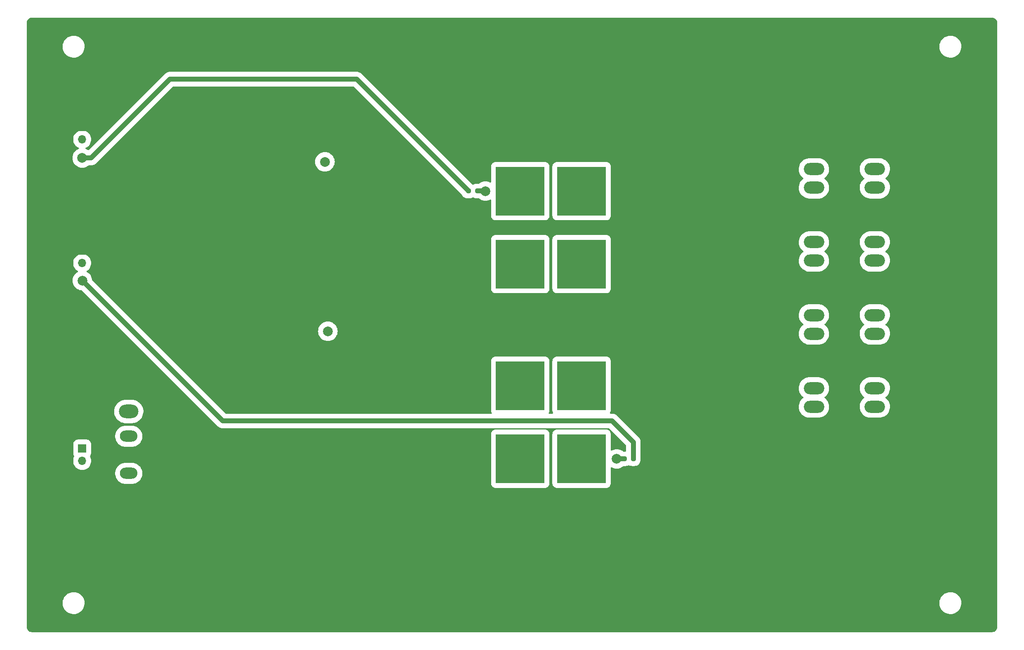
<source format=gbr>
G04 #@! TF.GenerationSoftware,KiCad,Pcbnew,7.0.7*
G04 #@! TF.CreationDate,2023-10-24T13:27:02-04:00*
G04 #@! TF.ProjectId,SchineLab_CoilFET_Board,53636869-6e65-44c6-9162-5f436f696c46,rev?*
G04 #@! TF.SameCoordinates,Original*
G04 #@! TF.FileFunction,Copper,L1,Top*
G04 #@! TF.FilePolarity,Positive*
%FSLAX46Y46*%
G04 Gerber Fmt 4.6, Leading zero omitted, Abs format (unit mm)*
G04 Created by KiCad (PCBNEW 7.0.7) date 2023-10-24 13:27:02*
%MOMM*%
%LPD*%
G01*
G04 APERTURE LIST*
G04 Aperture macros list*
%AMRoundRect*
0 Rectangle with rounded corners*
0 $1 Rounding radius*
0 $2 $3 $4 $5 $6 $7 $8 $9 X,Y pos of 4 corners*
0 Add a 4 corners polygon primitive as box body*
4,1,4,$2,$3,$4,$5,$6,$7,$8,$9,$2,$3,0*
0 Add four circle primitives for the rounded corners*
1,1,$1+$1,$2,$3*
1,1,$1+$1,$4,$5*
1,1,$1+$1,$6,$7*
1,1,$1+$1,$8,$9*
0 Add four rect primitives between the rounded corners*
20,1,$1+$1,$2,$3,$4,$5,0*
20,1,$1+$1,$4,$5,$6,$7,0*
20,1,$1+$1,$6,$7,$8,$9,0*
20,1,$1+$1,$8,$9,$2,$3,0*%
G04 Aperture macros list end*
G04 #@! TA.AperFunction,ComponentPad*
%ADD10O,4.200000X2.500000*%
G04 #@! TD*
G04 #@! TA.AperFunction,ComponentPad*
%ADD11C,2.000000*%
G04 #@! TD*
G04 #@! TA.AperFunction,SMDPad,CuDef*
%ADD12RoundRect,0.237500X-0.250000X-0.237500X0.250000X-0.237500X0.250000X0.237500X-0.250000X0.237500X0*%
G04 #@! TD*
G04 #@! TA.AperFunction,SMDPad,CuDef*
%ADD13RoundRect,0.237500X0.250000X0.237500X-0.250000X0.237500X-0.250000X-0.237500X0.250000X-0.237500X0*%
G04 #@! TD*
G04 #@! TA.AperFunction,ComponentPad*
%ADD14R,10.000000X10.000000*%
G04 #@! TD*
G04 #@! TA.AperFunction,ComponentPad*
%ADD15O,4.000000X2.800000*%
G04 #@! TD*
G04 #@! TA.AperFunction,ComponentPad*
%ADD16O,3.600000X2.300000*%
G04 #@! TD*
G04 #@! TA.AperFunction,ComponentPad*
%ADD17R,1.700000X1.700000*%
G04 #@! TD*
G04 #@! TA.AperFunction,ComponentPad*
%ADD18O,1.700000X1.700000*%
G04 #@! TD*
G04 #@! TA.AperFunction,ViaPad*
%ADD19C,2.000000*%
G04 #@! TD*
G04 #@! TA.AperFunction,Conductor*
%ADD20C,0.000000*%
G04 #@! TD*
G04 #@! TA.AperFunction,Conductor*
%ADD21C,0.250000*%
G04 #@! TD*
G04 #@! TA.AperFunction,Conductor*
%ADD22C,1.000000*%
G04 #@! TD*
G04 APERTURE END LIST*
D10*
X192000000Y-61500000D03*
X204500000Y-61500000D03*
X192000000Y-65310000D03*
X204500000Y-65310000D03*
X192000000Y-76500000D03*
X204500000Y-76500000D03*
X192000000Y-80310000D03*
X204500000Y-80310000D03*
X192000000Y-91500001D03*
X204500000Y-91500001D03*
X192000000Y-95310001D03*
X204500000Y-95310001D03*
X192000000Y-106500001D03*
X204500000Y-106500001D03*
X192000000Y-110310001D03*
X204500000Y-110310001D03*
X192000000Y-121500002D03*
X204500000Y-121500002D03*
X192000000Y-125310002D03*
X204500000Y-125310002D03*
D11*
X84700000Y-94800000D03*
X92200000Y-94800000D03*
X91600000Y-60000000D03*
X84100000Y-60000000D03*
D12*
X153087500Y-121000000D03*
X154912500Y-121000000D03*
D13*
X122912500Y-66000000D03*
X121087500Y-66000000D03*
D14*
X131700000Y-66012000D03*
X144300000Y-66012000D03*
X131700000Y-80998000D03*
X144300000Y-80998000D03*
X144300000Y-120988000D03*
X131700000Y-120988000D03*
X144300000Y-106002000D03*
X131700000Y-106002000D03*
D15*
X51325000Y-111285000D03*
D16*
X51325000Y-116365000D03*
X51325000Y-123985000D03*
D15*
X51325000Y-129065000D03*
D17*
X41778000Y-52860000D03*
D18*
X41778000Y-55400000D03*
D17*
X41778000Y-118900000D03*
D18*
X41778000Y-121440000D03*
D17*
X41778000Y-78260000D03*
D18*
X41778000Y-80800000D03*
D19*
X195800000Y-125200000D03*
X200400000Y-125200000D03*
X200400000Y-121600000D03*
X195800000Y-121600000D03*
X47000000Y-129200000D03*
X62000000Y-129400000D03*
X59000000Y-129400000D03*
X56200000Y-129400000D03*
X119400000Y-116000000D03*
X41800000Y-49000000D03*
X156800000Y-60000000D03*
X84800000Y-92200000D03*
X41800000Y-74400000D03*
X84000000Y-56800000D03*
X124555000Y-66005000D03*
X151505000Y-121015000D03*
X41778000Y-59200000D03*
X41800000Y-84400000D03*
D20*
X123600000Y-66005000D02*
X123600000Y-66000000D01*
X124555000Y-66005000D02*
X123600000Y-66005000D01*
D21*
X124550000Y-66000000D02*
X124555000Y-66005000D01*
X122912500Y-66000000D02*
X122924500Y-66012000D01*
D22*
X122912500Y-66000000D02*
X124550000Y-66000000D01*
X151505000Y-121015000D02*
X153072500Y-121015000D01*
D21*
X153087500Y-121000000D02*
X153075500Y-120988000D01*
X153072500Y-121015000D02*
X153087500Y-121000000D01*
D22*
X59785000Y-43015000D02*
X43600000Y-59200000D01*
X43600000Y-59200000D02*
X41778000Y-59200000D01*
X98102500Y-43015000D02*
X121087500Y-66000000D01*
X59785000Y-43015000D02*
X98102500Y-43015000D01*
X150555000Y-113225000D02*
X154912500Y-117582500D01*
X70625000Y-113225000D02*
X150555000Y-113225000D01*
X41800000Y-84400000D02*
X70625000Y-113225000D01*
X154912500Y-117582500D02*
X154912500Y-121000000D01*
G04 #@! TA.AperFunction,Conductor*
G36*
X228603032Y-30400299D02*
G01*
X228664067Y-30406310D01*
X228782941Y-30418018D01*
X228806769Y-30422757D01*
X228971001Y-30472576D01*
X228993453Y-30481877D01*
X229144798Y-30562772D01*
X229165010Y-30576277D01*
X229297666Y-30685145D01*
X229314854Y-30702333D01*
X229423722Y-30834989D01*
X229437227Y-30855201D01*
X229518121Y-31006543D01*
X229527424Y-31029001D01*
X229577240Y-31193224D01*
X229581982Y-31217065D01*
X229599701Y-31396967D01*
X229600000Y-31403048D01*
X229600000Y-155596951D01*
X229599701Y-155603032D01*
X229581982Y-155782934D01*
X229577240Y-155806775D01*
X229527424Y-155970998D01*
X229518121Y-155993456D01*
X229437227Y-156144798D01*
X229423722Y-156165010D01*
X229314854Y-156297666D01*
X229297666Y-156314854D01*
X229165010Y-156423722D01*
X229144798Y-156437227D01*
X228993456Y-156518121D01*
X228970998Y-156527424D01*
X228806775Y-156577240D01*
X228782934Y-156581982D01*
X228603032Y-156599701D01*
X228596951Y-156600000D01*
X31403049Y-156600000D01*
X31396968Y-156599701D01*
X31217065Y-156581982D01*
X31193224Y-156577240D01*
X31029001Y-156527424D01*
X31006543Y-156518121D01*
X30855201Y-156437227D01*
X30834989Y-156423722D01*
X30702333Y-156314854D01*
X30685145Y-156297666D01*
X30576277Y-156165010D01*
X30562772Y-156144798D01*
X30481878Y-155993456D01*
X30472575Y-155970998D01*
X30422757Y-155806769D01*
X30418018Y-155782941D01*
X30400299Y-155603032D01*
X30400000Y-155596951D01*
X30400000Y-150725373D01*
X37745723Y-150725373D01*
X37775881Y-151025160D01*
X37775882Y-151025162D01*
X37845728Y-151318252D01*
X37845733Y-151318266D01*
X37954020Y-151599427D01*
X37954024Y-151599436D01*
X38098825Y-151863665D01*
X38098829Y-151863671D01*
X38277551Y-152106234D01*
X38277554Y-152106238D01*
X38277561Y-152106245D01*
X38487019Y-152322823D01*
X38723478Y-152509553D01*
X38723480Y-152509554D01*
X38723485Y-152509558D01*
X38982730Y-152663109D01*
X39260128Y-152780736D01*
X39550729Y-152860340D01*
X39849347Y-152900500D01*
X39849351Y-152900500D01*
X40075252Y-152900500D01*
X40239164Y-152889526D01*
X40300634Y-152885412D01*
X40595903Y-152825396D01*
X40880537Y-152726560D01*
X41149459Y-152590668D01*
X41397869Y-152420144D01*
X41621333Y-152218032D01*
X41815865Y-151987939D01*
X41977993Y-151733970D01*
X42104823Y-151460658D01*
X42194093Y-151172879D01*
X42244209Y-150875770D01*
X42249237Y-150725373D01*
X217745723Y-150725373D01*
X217775881Y-151025160D01*
X217775882Y-151025162D01*
X217845728Y-151318252D01*
X217845733Y-151318266D01*
X217954020Y-151599427D01*
X217954024Y-151599436D01*
X218098825Y-151863665D01*
X218098829Y-151863671D01*
X218277551Y-152106234D01*
X218277554Y-152106238D01*
X218277561Y-152106245D01*
X218487019Y-152322823D01*
X218723478Y-152509553D01*
X218723480Y-152509554D01*
X218723485Y-152509558D01*
X218982730Y-152663109D01*
X219260128Y-152780736D01*
X219550729Y-152860340D01*
X219849347Y-152900500D01*
X219849351Y-152900500D01*
X220075252Y-152900500D01*
X220239164Y-152889526D01*
X220300634Y-152885412D01*
X220595903Y-152825396D01*
X220880537Y-152726560D01*
X221149459Y-152590668D01*
X221397869Y-152420144D01*
X221621333Y-152218032D01*
X221815865Y-151987939D01*
X221977993Y-151733970D01*
X222104823Y-151460658D01*
X222194093Y-151172879D01*
X222244209Y-150875770D01*
X222254277Y-150574631D01*
X222224118Y-150274838D01*
X222154269Y-149981739D01*
X222045977Y-149700566D01*
X221901175Y-149436335D01*
X221722446Y-149193762D01*
X221512980Y-148977176D01*
X221389742Y-148879856D01*
X221276521Y-148790446D01*
X221276517Y-148790443D01*
X221276515Y-148790442D01*
X221017270Y-148636891D01*
X220739872Y-148519264D01*
X220739863Y-148519261D01*
X220449272Y-148439660D01*
X220374616Y-148429620D01*
X220150653Y-148399500D01*
X219924756Y-148399500D01*
X219924748Y-148399500D01*
X219699368Y-148414587D01*
X219699359Y-148414589D01*
X219404094Y-148474604D01*
X219119464Y-148573439D01*
X219119459Y-148573441D01*
X218850546Y-148709328D01*
X218602125Y-148879860D01*
X218378665Y-149081969D01*
X218184132Y-149312064D01*
X218022006Y-149566030D01*
X218022005Y-149566032D01*
X217895181Y-149839333D01*
X217895177Y-149839342D01*
X217895176Y-149839346D01*
X217805907Y-150127118D01*
X217755791Y-150424230D01*
X217745723Y-150725373D01*
X42249237Y-150725373D01*
X42254277Y-150574631D01*
X42224118Y-150274838D01*
X42154269Y-149981739D01*
X42045977Y-149700566D01*
X41901175Y-149436335D01*
X41722446Y-149193762D01*
X41512980Y-148977176D01*
X41389742Y-148879856D01*
X41276521Y-148790446D01*
X41276517Y-148790443D01*
X41276515Y-148790442D01*
X41017270Y-148636891D01*
X40739872Y-148519264D01*
X40739863Y-148519261D01*
X40449272Y-148439660D01*
X40374616Y-148429620D01*
X40150653Y-148399500D01*
X39924756Y-148399500D01*
X39924748Y-148399500D01*
X39699368Y-148414587D01*
X39699359Y-148414589D01*
X39404094Y-148474604D01*
X39119464Y-148573439D01*
X39119459Y-148573441D01*
X38850546Y-148709328D01*
X38602125Y-148879860D01*
X38378665Y-149081969D01*
X38184132Y-149312064D01*
X38022006Y-149566030D01*
X38022005Y-149566032D01*
X37895181Y-149839333D01*
X37895177Y-149839342D01*
X37895176Y-149839346D01*
X37805907Y-150127118D01*
X37755791Y-150424230D01*
X37745723Y-150725373D01*
X30400000Y-150725373D01*
X30400000Y-124132098D01*
X48524500Y-124132098D01*
X48564560Y-124423554D01*
X48564561Y-124423560D01*
X48643934Y-124706845D01*
X48761137Y-124976675D01*
X48761139Y-124976680D01*
X48913998Y-125228045D01*
X49099661Y-125456256D01*
X49314676Y-125657067D01*
X49555016Y-125826717D01*
X49555022Y-125826721D01*
X49555024Y-125826722D01*
X49816236Y-125962072D01*
X50018204Y-126033851D01*
X50093440Y-126060590D01*
X50093456Y-126060595D01*
X50297955Y-126103089D01*
X50381487Y-126120447D01*
X50381488Y-126120448D01*
X50418163Y-126122956D01*
X50601538Y-126135500D01*
X50601543Y-126135500D01*
X52048457Y-126135500D01*
X52048462Y-126135500D01*
X52268511Y-126120448D01*
X52398135Y-126093511D01*
X52556543Y-126060595D01*
X52556549Y-126060592D01*
X52556554Y-126060592D01*
X52833764Y-125962072D01*
X53094976Y-125826722D01*
X53335326Y-125657065D01*
X53550335Y-125456260D01*
X53735999Y-125228049D01*
X53888859Y-124976682D01*
X54006067Y-124706841D01*
X54085440Y-124423555D01*
X54125500Y-124132098D01*
X54125500Y-123837902D01*
X54085440Y-123546445D01*
X54006067Y-123263159D01*
X54006065Y-123263154D01*
X53888862Y-122993324D01*
X53888860Y-122993319D01*
X53736001Y-122741954D01*
X53728550Y-122732796D01*
X53564165Y-122530739D01*
X53550338Y-122513743D01*
X53535735Y-122500105D01*
X53335326Y-122312935D01*
X53335323Y-122312932D01*
X53094983Y-122143282D01*
X53094977Y-122143278D01*
X52833762Y-122007927D01*
X52556559Y-121909409D01*
X52556543Y-121909404D01*
X52268513Y-121849552D01*
X52268511Y-121849551D01*
X52104538Y-121838335D01*
X52048462Y-121834500D01*
X50601538Y-121834500D01*
X50548181Y-121838149D01*
X50381488Y-121849551D01*
X50381486Y-121849552D01*
X50093456Y-121909404D01*
X50093440Y-121909409D01*
X49816237Y-122007927D01*
X49555022Y-122143278D01*
X49555016Y-122143282D01*
X49314676Y-122312932D01*
X49099661Y-122513743D01*
X48913998Y-122741954D01*
X48761139Y-122993319D01*
X48761137Y-122993324D01*
X48643934Y-123263154D01*
X48564561Y-123546439D01*
X48564560Y-123546445D01*
X48524500Y-123837901D01*
X48524500Y-124132098D01*
X30400000Y-124132098D01*
X30400000Y-121440001D01*
X39922773Y-121440001D01*
X39941657Y-121704027D01*
X39941658Y-121704034D01*
X39997921Y-121962673D01*
X40090426Y-122210690D01*
X40090428Y-122210694D01*
X40217280Y-122443005D01*
X40217285Y-122443013D01*
X40375906Y-122654907D01*
X40375922Y-122654925D01*
X40563074Y-122842077D01*
X40563092Y-122842093D01*
X40774986Y-123000714D01*
X40774994Y-123000719D01*
X41007305Y-123127571D01*
X41007309Y-123127573D01*
X41007311Y-123127574D01*
X41255322Y-123220077D01*
X41255325Y-123220077D01*
X41255326Y-123220078D01*
X41450552Y-123262546D01*
X41513974Y-123276343D01*
X41757660Y-123293772D01*
X41777999Y-123295227D01*
X41778000Y-123295227D01*
X41778001Y-123295227D01*
X41796884Y-123293876D01*
X42042026Y-123276343D01*
X42300678Y-123220077D01*
X42548689Y-123127574D01*
X42781011Y-123000716D01*
X42992915Y-122842087D01*
X43180087Y-122654915D01*
X43338716Y-122443011D01*
X43465574Y-122210689D01*
X43558077Y-121962678D01*
X43614343Y-121704026D01*
X43633227Y-121440000D01*
X43614343Y-121175974D01*
X43558077Y-120917322D01*
X43465574Y-120669311D01*
X43386717Y-120524896D01*
X43371865Y-120456624D01*
X43396282Y-120391159D01*
X43399426Y-120387134D01*
X43467698Y-120303407D01*
X43561909Y-120123049D01*
X43617886Y-119927418D01*
X43628500Y-119808037D01*
X43628499Y-117991964D01*
X43617886Y-117872582D01*
X43561909Y-117676951D01*
X43467698Y-117496593D01*
X43385884Y-117396256D01*
X43339109Y-117338890D01*
X43181409Y-117210304D01*
X43181410Y-117210304D01*
X43181407Y-117210302D01*
X43001049Y-117116091D01*
X43001048Y-117116090D01*
X43001045Y-117116089D01*
X42883829Y-117082550D01*
X42805418Y-117060114D01*
X42805415Y-117060113D01*
X42805413Y-117060113D01*
X42714983Y-117052073D01*
X42686037Y-117049500D01*
X42686035Y-117049500D01*
X42686034Y-117049500D01*
X41905590Y-117049500D01*
X40869964Y-117049501D01*
X40840727Y-117052100D01*
X40750584Y-117060113D01*
X40554954Y-117116089D01*
X40533247Y-117127428D01*
X40374593Y-117210302D01*
X40374591Y-117210303D01*
X40374590Y-117210304D01*
X40216890Y-117338890D01*
X40088304Y-117496590D01*
X39994089Y-117676954D01*
X39938114Y-117872583D01*
X39938113Y-117872586D01*
X39927500Y-117991965D01*
X39927500Y-117991966D01*
X39927501Y-119808032D01*
X39927501Y-119808033D01*
X39938113Y-119927415D01*
X39994089Y-120123045D01*
X39994090Y-120123047D01*
X39994091Y-120123049D01*
X40088302Y-120303407D01*
X40088304Y-120303409D01*
X40156551Y-120387108D01*
X40183660Y-120451505D01*
X40171651Y-120520334D01*
X40169282Y-120524895D01*
X40090426Y-120669309D01*
X39997921Y-120917326D01*
X39941658Y-121175965D01*
X39941657Y-121175972D01*
X39922773Y-121439998D01*
X39922773Y-121440001D01*
X30400000Y-121440001D01*
X30400000Y-116512098D01*
X48524500Y-116512098D01*
X48564560Y-116803554D01*
X48564561Y-116803560D01*
X48643934Y-117086845D01*
X48761137Y-117356675D01*
X48761139Y-117356680D01*
X48913998Y-117608045D01*
X49099661Y-117836256D01*
X49099664Y-117836258D01*
X49099665Y-117836260D01*
X49138561Y-117872586D01*
X49314676Y-118037067D01*
X49555016Y-118206717D01*
X49555022Y-118206721D01*
X49555024Y-118206722D01*
X49816236Y-118342072D01*
X50018204Y-118413851D01*
X50093440Y-118440590D01*
X50093456Y-118440595D01*
X50297955Y-118483089D01*
X50381487Y-118500447D01*
X50381488Y-118500448D01*
X50418163Y-118502956D01*
X50601538Y-118515500D01*
X50601543Y-118515500D01*
X52048457Y-118515500D01*
X52048462Y-118515500D01*
X52268511Y-118500448D01*
X52398135Y-118473511D01*
X52556543Y-118440595D01*
X52556549Y-118440592D01*
X52556554Y-118440592D01*
X52833764Y-118342072D01*
X53094976Y-118206722D01*
X53335326Y-118037065D01*
X53550335Y-117836260D01*
X53735999Y-117608049D01*
X53888859Y-117356682D01*
X54006067Y-117086841D01*
X54085440Y-116803555D01*
X54125500Y-116512098D01*
X54125500Y-116217902D01*
X54085924Y-115929966D01*
X125699500Y-115929966D01*
X125699501Y-126046032D01*
X125699501Y-126046033D01*
X125710113Y-126165415D01*
X125766089Y-126361045D01*
X125766090Y-126361048D01*
X125766091Y-126361049D01*
X125860302Y-126541407D01*
X125860304Y-126541409D01*
X125988890Y-126699109D01*
X126082803Y-126775684D01*
X126146593Y-126827698D01*
X126326951Y-126921909D01*
X126522582Y-126977886D01*
X126641963Y-126988500D01*
X126641964Y-126988499D01*
X126641965Y-126988500D01*
X126641966Y-126988500D01*
X130922203Y-126988499D01*
X136758036Y-126988499D01*
X136877418Y-126977886D01*
X137073049Y-126921909D01*
X137253407Y-126827698D01*
X137411109Y-126699109D01*
X137539698Y-126541407D01*
X137633909Y-126361049D01*
X137689886Y-126165418D01*
X137700500Y-126046037D01*
X137700499Y-115929964D01*
X137689886Y-115810582D01*
X137633909Y-115614951D01*
X137539698Y-115434593D01*
X137487684Y-115370803D01*
X137411109Y-115276890D01*
X137253409Y-115148304D01*
X137253410Y-115148304D01*
X137253407Y-115148302D01*
X137073049Y-115054091D01*
X137073048Y-115054090D01*
X137073045Y-115054089D01*
X136955829Y-115020550D01*
X136877418Y-114998114D01*
X136877415Y-114998113D01*
X136877413Y-114998113D01*
X136786983Y-114990073D01*
X136758037Y-114987500D01*
X136758035Y-114987500D01*
X136758034Y-114987500D01*
X132420169Y-114987500D01*
X126641964Y-114987501D01*
X126612727Y-114990100D01*
X126522584Y-114998113D01*
X126326954Y-115054089D01*
X126236772Y-115101196D01*
X126146593Y-115148302D01*
X126146591Y-115148303D01*
X126146590Y-115148304D01*
X125988890Y-115276890D01*
X125860304Y-115434590D01*
X125766089Y-115614954D01*
X125710114Y-115810583D01*
X125710113Y-115810586D01*
X125699500Y-115929965D01*
X125699500Y-115929966D01*
X54085924Y-115929966D01*
X54085440Y-115926445D01*
X54006067Y-115643159D01*
X53993815Y-115614951D01*
X53888862Y-115373324D01*
X53888860Y-115373319D01*
X53736001Y-115121954D01*
X53680790Y-115054091D01*
X53635249Y-114998113D01*
X53550338Y-114893743D01*
X53335323Y-114692932D01*
X53094983Y-114523282D01*
X53094977Y-114523278D01*
X52833762Y-114387927D01*
X52556559Y-114289409D01*
X52556543Y-114289404D01*
X52268513Y-114229552D01*
X52268511Y-114229551D01*
X52104538Y-114218335D01*
X52048462Y-114214500D01*
X50601538Y-114214500D01*
X50548181Y-114218149D01*
X50381488Y-114229551D01*
X50381486Y-114229552D01*
X50093456Y-114289404D01*
X50093440Y-114289409D01*
X49816237Y-114387927D01*
X49555022Y-114523278D01*
X49555016Y-114523282D01*
X49314676Y-114692932D01*
X49099661Y-114893743D01*
X48913998Y-115121954D01*
X48761139Y-115373319D01*
X48761137Y-115373324D01*
X48643934Y-115643154D01*
X48564561Y-115926439D01*
X48564560Y-115926445D01*
X48524500Y-116217901D01*
X48524500Y-116512098D01*
X30400000Y-116512098D01*
X30400000Y-111207903D01*
X48320793Y-111207903D01*
X48330672Y-111515970D01*
X48330672Y-111515975D01*
X48330673Y-111515978D01*
X48379867Y-111820261D01*
X48433104Y-111999634D01*
X48467571Y-112115763D01*
X48559358Y-112323110D01*
X48592337Y-112397609D01*
X48752123Y-112661193D01*
X48752127Y-112661198D01*
X48752133Y-112661207D01*
X48944297Y-112902174D01*
X48944299Y-112902176D01*
X48944303Y-112902180D01*
X48944304Y-112902181D01*
X49165724Y-113116614D01*
X49332862Y-113241352D01*
X49412741Y-113300968D01*
X49412743Y-113300969D01*
X49412747Y-113300972D01*
X49681318Y-113452228D01*
X49822057Y-113509207D01*
X49967018Y-113567897D01*
X49967023Y-113567898D01*
X49967025Y-113567899D01*
X50265179Y-113646084D01*
X50570883Y-113685500D01*
X50570890Y-113685500D01*
X52001980Y-113685500D01*
X52100814Y-113679154D01*
X52232601Y-113670693D01*
X52535151Y-113611772D01*
X52827683Y-113514644D01*
X52827689Y-113514640D01*
X52827693Y-113514640D01*
X53018571Y-113422717D01*
X53105393Y-113380907D01*
X53363720Y-113212754D01*
X53598424Y-113012948D01*
X53805650Y-112784769D01*
X53981996Y-112531963D01*
X54124567Y-112258683D01*
X54231020Y-111969415D01*
X54299609Y-111668908D01*
X54329206Y-111362098D01*
X54319327Y-111054022D01*
X54270133Y-110749739D01*
X54182431Y-110454244D01*
X54182429Y-110454239D01*
X54182428Y-110454236D01*
X54057666Y-110172398D01*
X54057663Y-110172391D01*
X53897877Y-109908807D01*
X53897870Y-109908799D01*
X53897866Y-109908792D01*
X53705702Y-109667825D01*
X53705700Y-109667823D01*
X53678775Y-109641748D01*
X53484276Y-109453386D01*
X53355450Y-109357241D01*
X53237258Y-109269031D01*
X53237253Y-109269028D01*
X52968682Y-109117772D01*
X52915718Y-109096329D01*
X52682981Y-109002102D01*
X52515660Y-108958226D01*
X52384821Y-108923916D01*
X52079117Y-108884500D01*
X50648026Y-108884500D01*
X50648020Y-108884500D01*
X50417406Y-108899306D01*
X50417389Y-108899308D01*
X50114854Y-108958226D01*
X50114849Y-108958228D01*
X49822310Y-109055358D01*
X49822306Y-109055359D01*
X49544613Y-109189089D01*
X49544605Y-109189094D01*
X49286286Y-109357241D01*
X49286276Y-109357248D01*
X49051581Y-109557046D01*
X49051571Y-109557056D01*
X48844354Y-109785225D01*
X48844350Y-109785229D01*
X48668005Y-110038033D01*
X48668003Y-110038037D01*
X48525432Y-110311319D01*
X48525429Y-110311326D01*
X48418981Y-110600580D01*
X48418979Y-110600590D01*
X48350391Y-110901089D01*
X48320794Y-111207902D01*
X48320793Y-111207903D01*
X30400000Y-111207903D01*
X30400000Y-84400001D01*
X39794390Y-84400001D01*
X39814804Y-84685433D01*
X39875628Y-84965037D01*
X39975635Y-85233166D01*
X40112770Y-85484309D01*
X40112775Y-85484317D01*
X40284254Y-85713387D01*
X40284270Y-85713405D01*
X40486594Y-85915729D01*
X40486612Y-85915745D01*
X40715682Y-86087224D01*
X40715690Y-86087229D01*
X40966833Y-86224364D01*
X40966832Y-86224364D01*
X40966836Y-86224365D01*
X40966839Y-86224367D01*
X41234954Y-86324369D01*
X41234960Y-86324370D01*
X41234962Y-86324371D01*
X41374763Y-86354782D01*
X41514572Y-86385196D01*
X41628483Y-86393342D01*
X41693946Y-86417758D01*
X41707317Y-86429345D01*
X69495384Y-114217412D01*
X69500473Y-114223174D01*
X69517262Y-114244744D01*
X69517264Y-114244746D01*
X69517265Y-114244747D01*
X69585921Y-114307950D01*
X69607866Y-114329894D01*
X69607874Y-114329902D01*
X69631564Y-114349966D01*
X69700215Y-114413164D01*
X69700217Y-114413165D01*
X69700218Y-114413166D01*
X69723086Y-114428106D01*
X69729250Y-114432702D01*
X69750106Y-114450366D01*
X69794037Y-114476543D01*
X69830275Y-114498137D01*
X69902600Y-114545388D01*
X69908393Y-114549173D01*
X69916352Y-114552664D01*
X69933416Y-114560150D01*
X69940248Y-114563665D01*
X69963727Y-114577656D01*
X69979379Y-114583763D01*
X70050659Y-114611577D01*
X70105393Y-114635585D01*
X70136119Y-114649063D01*
X70136123Y-114649064D01*
X70162609Y-114655771D01*
X70169932Y-114658116D01*
X70195386Y-114668049D01*
X70286711Y-114687198D01*
X70377179Y-114710108D01*
X70377184Y-114710108D01*
X70377187Y-114710109D01*
X70404406Y-114712364D01*
X70412016Y-114713473D01*
X70426880Y-114716589D01*
X70438763Y-114719081D01*
X70532009Y-114722937D01*
X70562933Y-114725500D01*
X70562934Y-114725500D01*
X70593965Y-114725500D01*
X70687221Y-114729357D01*
X70714347Y-114725975D01*
X70722019Y-114725500D01*
X149882110Y-114725500D01*
X149949149Y-114745185D01*
X149969791Y-114761819D01*
X153375681Y-118167708D01*
X153409166Y-118229031D01*
X153412000Y-118255389D01*
X153412000Y-119400500D01*
X153392315Y-119467539D01*
X153339511Y-119513294D01*
X153288000Y-119524500D01*
X153257809Y-119524500D01*
X153252695Y-119524288D01*
X153134567Y-119514500D01*
X153134565Y-119514500D01*
X152880023Y-119514500D01*
X152812984Y-119494815D01*
X152805713Y-119489767D01*
X152589317Y-119327775D01*
X152589309Y-119327770D01*
X152338166Y-119190635D01*
X152338167Y-119190635D01*
X152230914Y-119150632D01*
X152070046Y-119090631D01*
X152070043Y-119090630D01*
X152070037Y-119090628D01*
X151790433Y-119029804D01*
X151505001Y-119009390D01*
X151504999Y-119009390D01*
X151219566Y-119029804D01*
X150939962Y-119090628D01*
X150671833Y-119190635D01*
X150483926Y-119293241D01*
X150415653Y-119308093D01*
X150350189Y-119283676D01*
X150308317Y-119227743D01*
X150300499Y-119184409D01*
X150300499Y-115929967D01*
X150300185Y-115926439D01*
X150289886Y-115810582D01*
X150233909Y-115614951D01*
X150139698Y-115434593D01*
X150087684Y-115370803D01*
X150011109Y-115276890D01*
X149853409Y-115148304D01*
X149853410Y-115148304D01*
X149853407Y-115148302D01*
X149673049Y-115054091D01*
X149673048Y-115054090D01*
X149673045Y-115054089D01*
X149555829Y-115020550D01*
X149477418Y-114998114D01*
X149477415Y-114998113D01*
X149477413Y-114998113D01*
X149386983Y-114990073D01*
X149358037Y-114987500D01*
X149358035Y-114987500D01*
X149358034Y-114987500D01*
X145003081Y-114987500D01*
X139241964Y-114987501D01*
X139212727Y-114990100D01*
X139122584Y-114998113D01*
X138926954Y-115054089D01*
X138836771Y-115101196D01*
X138746593Y-115148302D01*
X138746591Y-115148303D01*
X138746590Y-115148304D01*
X138588890Y-115276890D01*
X138460304Y-115434590D01*
X138366089Y-115614954D01*
X138310114Y-115810583D01*
X138310113Y-115810586D01*
X138299500Y-115929965D01*
X138299500Y-115929966D01*
X138299501Y-126046032D01*
X138299501Y-126046033D01*
X138310113Y-126165415D01*
X138366089Y-126361045D01*
X138366090Y-126361048D01*
X138366091Y-126361049D01*
X138460302Y-126541407D01*
X138460304Y-126541409D01*
X138588890Y-126699109D01*
X138682803Y-126775684D01*
X138746593Y-126827698D01*
X138926951Y-126921909D01*
X139122582Y-126977886D01*
X139241963Y-126988500D01*
X139241964Y-126988499D01*
X139241965Y-126988500D01*
X139241966Y-126988500D01*
X143505115Y-126988499D01*
X149358036Y-126988499D01*
X149477418Y-126977886D01*
X149673049Y-126921909D01*
X149853407Y-126827698D01*
X150011109Y-126699109D01*
X150139698Y-126541407D01*
X150233909Y-126361049D01*
X150289886Y-126165418D01*
X150300500Y-126046037D01*
X150300499Y-122845589D01*
X150320184Y-122778551D01*
X150372988Y-122732796D01*
X150442146Y-122722852D01*
X150483924Y-122736757D01*
X150560463Y-122778551D01*
X150671833Y-122839364D01*
X150671832Y-122839364D01*
X150671836Y-122839365D01*
X150671839Y-122839367D01*
X150939954Y-122939369D01*
X150939960Y-122939370D01*
X150939962Y-122939371D01*
X151219566Y-123000195D01*
X151219568Y-123000195D01*
X151219572Y-123000196D01*
X151473220Y-123018337D01*
X151504999Y-123020610D01*
X151505000Y-123020610D01*
X151505001Y-123020610D01*
X151533595Y-123018564D01*
X151790428Y-123000196D01*
X151822019Y-122993324D01*
X152070037Y-122939371D01*
X152070037Y-122939370D01*
X152070046Y-122939369D01*
X152338161Y-122839367D01*
X152589315Y-122702226D01*
X152712363Y-122610113D01*
X152805713Y-122540233D01*
X152871177Y-122515816D01*
X152880023Y-122515500D01*
X153134565Y-122515500D01*
X153134567Y-122515500D01*
X153195784Y-122510427D01*
X153320313Y-122500109D01*
X153320315Y-122500108D01*
X153320321Y-122500108D01*
X153369433Y-122487671D01*
X153414684Y-122476212D01*
X153435391Y-122472799D01*
X153531949Y-122465201D01*
X153748038Y-122410751D01*
X153948721Y-122319596D01*
X154017897Y-122309794D01*
X154051276Y-122319595D01*
X154251962Y-122410751D01*
X154251966Y-122410752D01*
X154468042Y-122465199D01*
X154468045Y-122465199D01*
X154468051Y-122465201D01*
X154575104Y-122473626D01*
X154598914Y-122475500D01*
X154598916Y-122475500D01*
X154628070Y-122475500D01*
X154648478Y-122477190D01*
X154788165Y-122500500D01*
X155036835Y-122500500D01*
X155176521Y-122477191D01*
X155196930Y-122475500D01*
X155226086Y-122475500D01*
X155249896Y-122473626D01*
X155356949Y-122465201D01*
X155573038Y-122410751D01*
X155775933Y-122318592D01*
X155959111Y-122191685D01*
X156116685Y-122034111D01*
X156243592Y-121850933D01*
X156335751Y-121648038D01*
X156390201Y-121431949D01*
X156400500Y-121301084D01*
X156400500Y-121215478D01*
X156400712Y-121210356D01*
X156403562Y-121175972D01*
X156413000Y-121062067D01*
X156413000Y-117679518D01*
X156413477Y-117671842D01*
X156416857Y-117644720D01*
X156416857Y-117644719D01*
X156413000Y-117551464D01*
X156413000Y-117520434D01*
X156410437Y-117489509D01*
X156406581Y-117396269D01*
X156406581Y-117396263D01*
X156400973Y-117369516D01*
X156399864Y-117361906D01*
X156397609Y-117334687D01*
X156397607Y-117334676D01*
X156374702Y-117244226D01*
X156367589Y-117210302D01*
X156355550Y-117152886D01*
X156345612Y-117127420D01*
X156343274Y-117120123D01*
X156336563Y-117093619D01*
X156299080Y-117008167D01*
X156265156Y-116921227D01*
X156251165Y-116897748D01*
X156247650Y-116890918D01*
X156236673Y-116865893D01*
X156232888Y-116860100D01*
X156185637Y-116787775D01*
X156156083Y-116738179D01*
X156137866Y-116707606D01*
X156137863Y-116707602D01*
X156120204Y-116686752D01*
X156115605Y-116680585D01*
X156100666Y-116657718D01*
X156100664Y-116657715D01*
X156037457Y-116589054D01*
X156017400Y-116565372D01*
X155995461Y-116543433D01*
X155932247Y-116474765D01*
X155932239Y-116474758D01*
X155910677Y-116457976D01*
X155904919Y-116452892D01*
X151684615Y-112232587D01*
X151679524Y-112226822D01*
X151662739Y-112205257D01*
X151594078Y-112142049D01*
X151572129Y-112120100D01*
X151548435Y-112100033D01*
X151526831Y-112080145D01*
X151479785Y-112036836D01*
X151456904Y-112021887D01*
X151450747Y-112017296D01*
X151429894Y-111999634D01*
X151349720Y-111951860D01*
X151271607Y-111900827D01*
X151271604Y-111900825D01*
X151246588Y-111889852D01*
X151239750Y-111886332D01*
X151216275Y-111872344D01*
X151129335Y-111838420D01*
X151043881Y-111800937D01*
X151043877Y-111800936D01*
X151043875Y-111800935D01*
X151017387Y-111794227D01*
X151010067Y-111791882D01*
X150993593Y-111785454D01*
X150984614Y-111781951D01*
X150893288Y-111762801D01*
X150893287Y-111762800D01*
X150802819Y-111739891D01*
X150775590Y-111737635D01*
X150767983Y-111736526D01*
X150747986Y-111732334D01*
X150741237Y-111730919D01*
X150741235Y-111730918D01*
X150647990Y-111727062D01*
X150617067Y-111724500D01*
X150617064Y-111724500D01*
X150586035Y-111724500D01*
X150492780Y-111720643D01*
X150492779Y-111720643D01*
X150465652Y-111724024D01*
X150457981Y-111724500D01*
X150256041Y-111724500D01*
X150189002Y-111704815D01*
X150143247Y-111652011D01*
X150133303Y-111582853D01*
X150146130Y-111543092D01*
X150233909Y-111375049D01*
X150289886Y-111179418D01*
X150300500Y-111060037D01*
X150300500Y-110385374D01*
X188895723Y-110385374D01*
X188925881Y-110685161D01*
X188925882Y-110685163D01*
X188995728Y-110978253D01*
X188995733Y-110978267D01*
X189104020Y-111259428D01*
X189104024Y-111259437D01*
X189248825Y-111523666D01*
X189248829Y-111523672D01*
X189391613Y-111717460D01*
X189427554Y-111766239D01*
X189637020Y-111982825D01*
X189683822Y-112019784D01*
X189873478Y-112169554D01*
X189873480Y-112169555D01*
X189873485Y-112169559D01*
X190132730Y-112323110D01*
X190410128Y-112440737D01*
X190700729Y-112520341D01*
X190999347Y-112560501D01*
X190999351Y-112560501D01*
X192925252Y-112560501D01*
X193089164Y-112549527D01*
X193150634Y-112545413D01*
X193445903Y-112485397D01*
X193730537Y-112386561D01*
X193999459Y-112250669D01*
X194247869Y-112080145D01*
X194471333Y-111878033D01*
X194665865Y-111647940D01*
X194827993Y-111393971D01*
X194954823Y-111120659D01*
X195044093Y-110832880D01*
X195094209Y-110535771D01*
X195099237Y-110385374D01*
X201395723Y-110385374D01*
X201425881Y-110685161D01*
X201425882Y-110685163D01*
X201495728Y-110978253D01*
X201495733Y-110978267D01*
X201604020Y-111259428D01*
X201604024Y-111259437D01*
X201748825Y-111523666D01*
X201748829Y-111523672D01*
X201891613Y-111717460D01*
X201927554Y-111766239D01*
X202137020Y-111982825D01*
X202183822Y-112019784D01*
X202373478Y-112169554D01*
X202373480Y-112169555D01*
X202373485Y-112169559D01*
X202632730Y-112323110D01*
X202910128Y-112440737D01*
X203200729Y-112520341D01*
X203499347Y-112560501D01*
X203499351Y-112560501D01*
X205425252Y-112560501D01*
X205589164Y-112549527D01*
X205650634Y-112545413D01*
X205945903Y-112485397D01*
X206230537Y-112386561D01*
X206499459Y-112250669D01*
X206747869Y-112080145D01*
X206971333Y-111878033D01*
X207165865Y-111647940D01*
X207327993Y-111393971D01*
X207454823Y-111120659D01*
X207544093Y-110832880D01*
X207594209Y-110535771D01*
X207604277Y-110234632D01*
X207574118Y-109934839D01*
X207504269Y-109641740D01*
X207395977Y-109360567D01*
X207251175Y-109096336D01*
X207072446Y-108853763D01*
X206862980Y-108637177D01*
X206739737Y-108539853D01*
X206692885Y-108502854D01*
X206652472Y-108445858D01*
X206649289Y-108376061D01*
X206684346Y-108315623D01*
X206699553Y-108303311D01*
X206747869Y-108270145D01*
X206971333Y-108068033D01*
X207165865Y-107837940D01*
X207327993Y-107583971D01*
X207454823Y-107310659D01*
X207544093Y-107022880D01*
X207594209Y-106725771D01*
X207604277Y-106424632D01*
X207574118Y-106124839D01*
X207504269Y-105831740D01*
X207395977Y-105550567D01*
X207251175Y-105286336D01*
X207072446Y-105043763D01*
X206862980Y-104827177D01*
X206739742Y-104729857D01*
X206626521Y-104640447D01*
X206626517Y-104640444D01*
X206626515Y-104640443D01*
X206367270Y-104486892D01*
X206089872Y-104369265D01*
X206089863Y-104369262D01*
X205799272Y-104289661D01*
X205724616Y-104279620D01*
X205500653Y-104249501D01*
X203574756Y-104249501D01*
X203574748Y-104249501D01*
X203349368Y-104264588D01*
X203349359Y-104264590D01*
X203054094Y-104324605D01*
X202769464Y-104423440D01*
X202769459Y-104423442D01*
X202500546Y-104559329D01*
X202252125Y-104729861D01*
X202028665Y-104931970D01*
X201834132Y-105162065D01*
X201672006Y-105416031D01*
X201672005Y-105416033D01*
X201545181Y-105689334D01*
X201545177Y-105689343D01*
X201545176Y-105689347D01*
X201455907Y-105977119D01*
X201405791Y-106274231D01*
X201395723Y-106575374D01*
X201425881Y-106875161D01*
X201425882Y-106875163D01*
X201495728Y-107168253D01*
X201495733Y-107168267D01*
X201604020Y-107449428D01*
X201604024Y-107449437D01*
X201748825Y-107713666D01*
X201748829Y-107713672D01*
X201927551Y-107956235D01*
X201927554Y-107956239D01*
X202137020Y-108172825D01*
X202307114Y-108307147D01*
X202347527Y-108364142D01*
X202350710Y-108433939D01*
X202315653Y-108494377D01*
X202300444Y-108506690D01*
X202252135Y-108539853D01*
X202028665Y-108741970D01*
X201834132Y-108972065D01*
X201672006Y-109226031D01*
X201672005Y-109226033D01*
X201566503Y-109453386D01*
X201545177Y-109499343D01*
X201545176Y-109499347D01*
X201455907Y-109787119D01*
X201405791Y-110084231D01*
X201395723Y-110385374D01*
X195099237Y-110385374D01*
X195104277Y-110234632D01*
X195074118Y-109934839D01*
X195004269Y-109641740D01*
X194895977Y-109360567D01*
X194751175Y-109096336D01*
X194572446Y-108853763D01*
X194362980Y-108637177D01*
X194239737Y-108539853D01*
X194192885Y-108502854D01*
X194152472Y-108445858D01*
X194149289Y-108376061D01*
X194184346Y-108315623D01*
X194199553Y-108303311D01*
X194247869Y-108270145D01*
X194471333Y-108068033D01*
X194665865Y-107837940D01*
X194827993Y-107583971D01*
X194954823Y-107310659D01*
X195044093Y-107022880D01*
X195094209Y-106725771D01*
X195104277Y-106424632D01*
X195074118Y-106124839D01*
X195004269Y-105831740D01*
X194895977Y-105550567D01*
X194751175Y-105286336D01*
X194572446Y-105043763D01*
X194362980Y-104827177D01*
X194239742Y-104729857D01*
X194126521Y-104640447D01*
X194126517Y-104640444D01*
X194126515Y-104640443D01*
X193867270Y-104486892D01*
X193589872Y-104369265D01*
X193589863Y-104369262D01*
X193299272Y-104289661D01*
X193224616Y-104279620D01*
X193000653Y-104249501D01*
X191074756Y-104249501D01*
X191074748Y-104249501D01*
X190849368Y-104264588D01*
X190849359Y-104264590D01*
X190554094Y-104324605D01*
X190269464Y-104423440D01*
X190269459Y-104423442D01*
X190000546Y-104559329D01*
X189752125Y-104729861D01*
X189528665Y-104931970D01*
X189334132Y-105162065D01*
X189172006Y-105416031D01*
X189172005Y-105416033D01*
X189045181Y-105689334D01*
X189045177Y-105689343D01*
X189045176Y-105689347D01*
X188955907Y-105977119D01*
X188905791Y-106274231D01*
X188895723Y-106575374D01*
X188925881Y-106875161D01*
X188925882Y-106875163D01*
X188995728Y-107168253D01*
X188995733Y-107168267D01*
X189104020Y-107449428D01*
X189104024Y-107449437D01*
X189248825Y-107713666D01*
X189248829Y-107713672D01*
X189427551Y-107956235D01*
X189427554Y-107956239D01*
X189637020Y-108172825D01*
X189807114Y-108307147D01*
X189847527Y-108364142D01*
X189850710Y-108433939D01*
X189815653Y-108494377D01*
X189800444Y-108506690D01*
X189752135Y-108539853D01*
X189528665Y-108741970D01*
X189334132Y-108972065D01*
X189172006Y-109226031D01*
X189172005Y-109226033D01*
X189066503Y-109453386D01*
X189045177Y-109499343D01*
X189045176Y-109499347D01*
X188955907Y-109787119D01*
X188905791Y-110084231D01*
X188895723Y-110385374D01*
X150300500Y-110385374D01*
X150300499Y-100943964D01*
X150289886Y-100824582D01*
X150233909Y-100628951D01*
X150139698Y-100448593D01*
X150087684Y-100384803D01*
X150011109Y-100290890D01*
X149853409Y-100162304D01*
X149853410Y-100162304D01*
X149853407Y-100162302D01*
X149673049Y-100068091D01*
X149673048Y-100068090D01*
X149673045Y-100068089D01*
X149555829Y-100034550D01*
X149477418Y-100012114D01*
X149477415Y-100012113D01*
X149477413Y-100012113D01*
X149386983Y-100004073D01*
X149358037Y-100001500D01*
X149358035Y-100001500D01*
X149358034Y-100001500D01*
X145003081Y-100001500D01*
X139241964Y-100001501D01*
X139212727Y-100004100D01*
X139122584Y-100012113D01*
X138926954Y-100068089D01*
X138836771Y-100115196D01*
X138746593Y-100162302D01*
X138746591Y-100162303D01*
X138746590Y-100162304D01*
X138588890Y-100290890D01*
X138460304Y-100448590D01*
X138366089Y-100628954D01*
X138310114Y-100824583D01*
X138310113Y-100824586D01*
X138299500Y-100943965D01*
X138299500Y-100943966D01*
X138299501Y-111060032D01*
X138299501Y-111060033D01*
X138310113Y-111179415D01*
X138366089Y-111375045D01*
X138366090Y-111375048D01*
X138366091Y-111375049D01*
X138453868Y-111543090D01*
X138467459Y-111611623D01*
X138441840Y-111676627D01*
X138385145Y-111717460D01*
X138343959Y-111724500D01*
X137656041Y-111724500D01*
X137589002Y-111704815D01*
X137543247Y-111652011D01*
X137533303Y-111582853D01*
X137546130Y-111543092D01*
X137633909Y-111375049D01*
X137689886Y-111179418D01*
X137700500Y-111060037D01*
X137700499Y-100943964D01*
X137689886Y-100824582D01*
X137633909Y-100628951D01*
X137539698Y-100448593D01*
X137487684Y-100384803D01*
X137411109Y-100290890D01*
X137253409Y-100162304D01*
X137253410Y-100162304D01*
X137253407Y-100162302D01*
X137073049Y-100068091D01*
X137073048Y-100068090D01*
X137073045Y-100068089D01*
X136955829Y-100034550D01*
X136877418Y-100012114D01*
X136877415Y-100012113D01*
X136877413Y-100012113D01*
X136786983Y-100004073D01*
X136758037Y-100001500D01*
X136758035Y-100001500D01*
X136758034Y-100001500D01*
X132420169Y-100001500D01*
X126641964Y-100001501D01*
X126612727Y-100004100D01*
X126522584Y-100012113D01*
X126326954Y-100068089D01*
X126236771Y-100115196D01*
X126146593Y-100162302D01*
X126146591Y-100162303D01*
X126146590Y-100162304D01*
X125988890Y-100290890D01*
X125860304Y-100448590D01*
X125766089Y-100628954D01*
X125710114Y-100824583D01*
X125710113Y-100824586D01*
X125699500Y-100943965D01*
X125699500Y-100943966D01*
X125699501Y-111060032D01*
X125699501Y-111060033D01*
X125710113Y-111179415D01*
X125766089Y-111375045D01*
X125766090Y-111375048D01*
X125766091Y-111375049D01*
X125853868Y-111543090D01*
X125867459Y-111611623D01*
X125841840Y-111676627D01*
X125785145Y-111717460D01*
X125743959Y-111724500D01*
X71297890Y-111724500D01*
X71230851Y-111704815D01*
X71210209Y-111688181D01*
X54322029Y-94800001D01*
X90194390Y-94800001D01*
X90214804Y-95085433D01*
X90275628Y-95365037D01*
X90275630Y-95365043D01*
X90275631Y-95365046D01*
X90375633Y-95633161D01*
X90375635Y-95633166D01*
X90512770Y-95884309D01*
X90512775Y-95884317D01*
X90684254Y-96113387D01*
X90684270Y-96113405D01*
X90886594Y-96315729D01*
X90886612Y-96315745D01*
X91115682Y-96487224D01*
X91115690Y-96487229D01*
X91366833Y-96624364D01*
X91366832Y-96624364D01*
X91366836Y-96624365D01*
X91366839Y-96624367D01*
X91634954Y-96724369D01*
X91634960Y-96724370D01*
X91634962Y-96724371D01*
X91914566Y-96785195D01*
X91914568Y-96785195D01*
X91914572Y-96785196D01*
X92168220Y-96803337D01*
X92199999Y-96805610D01*
X92200000Y-96805610D01*
X92200001Y-96805610D01*
X92228595Y-96803564D01*
X92485428Y-96785196D01*
X92572573Y-96766239D01*
X92765037Y-96724371D01*
X92765037Y-96724370D01*
X92765046Y-96724369D01*
X93033161Y-96624367D01*
X93284315Y-96487226D01*
X93513395Y-96315739D01*
X93715739Y-96113395D01*
X93887226Y-95884315D01*
X94024367Y-95633161D01*
X94116787Y-95385374D01*
X188895723Y-95385374D01*
X188925881Y-95685161D01*
X188925882Y-95685163D01*
X188995728Y-95978253D01*
X188995733Y-95978267D01*
X189104020Y-96259428D01*
X189104024Y-96259437D01*
X189248825Y-96523666D01*
X189248829Y-96523672D01*
X189396704Y-96724369D01*
X189427554Y-96766239D01*
X189427561Y-96766246D01*
X189637019Y-96982824D01*
X189873478Y-97169554D01*
X189873480Y-97169555D01*
X189873485Y-97169559D01*
X190132730Y-97323110D01*
X190410128Y-97440737D01*
X190700729Y-97520341D01*
X190999347Y-97560501D01*
X190999351Y-97560501D01*
X192925252Y-97560501D01*
X193089164Y-97549527D01*
X193150634Y-97545413D01*
X193445903Y-97485397D01*
X193730537Y-97386561D01*
X193999459Y-97250669D01*
X194247869Y-97080145D01*
X194471333Y-96878033D01*
X194665865Y-96647940D01*
X194827993Y-96393971D01*
X194954823Y-96120659D01*
X195044093Y-95832880D01*
X195094209Y-95535771D01*
X195099237Y-95385374D01*
X201395723Y-95385374D01*
X201425881Y-95685161D01*
X201425882Y-95685163D01*
X201495728Y-95978253D01*
X201495733Y-95978267D01*
X201604020Y-96259428D01*
X201604024Y-96259437D01*
X201748825Y-96523666D01*
X201748829Y-96523672D01*
X201896704Y-96724369D01*
X201927554Y-96766239D01*
X201927561Y-96766246D01*
X202137019Y-96982824D01*
X202373478Y-97169554D01*
X202373480Y-97169555D01*
X202373485Y-97169559D01*
X202632730Y-97323110D01*
X202910128Y-97440737D01*
X203200729Y-97520341D01*
X203499347Y-97560501D01*
X203499351Y-97560501D01*
X205425252Y-97560501D01*
X205589164Y-97549527D01*
X205650634Y-97545413D01*
X205945903Y-97485397D01*
X206230537Y-97386561D01*
X206499459Y-97250669D01*
X206747869Y-97080145D01*
X206971333Y-96878033D01*
X207165865Y-96647940D01*
X207327993Y-96393971D01*
X207454823Y-96120659D01*
X207544093Y-95832880D01*
X207594209Y-95535771D01*
X207604277Y-95234632D01*
X207574118Y-94934839D01*
X207504269Y-94641740D01*
X207395977Y-94360567D01*
X207251175Y-94096336D01*
X207072446Y-93853763D01*
X206862980Y-93637177D01*
X206739737Y-93539853D01*
X206692885Y-93502854D01*
X206652472Y-93445858D01*
X206649289Y-93376061D01*
X206684346Y-93315623D01*
X206699553Y-93303311D01*
X206747869Y-93270145D01*
X206971333Y-93068033D01*
X207165865Y-92837940D01*
X207327993Y-92583971D01*
X207454823Y-92310659D01*
X207544093Y-92022880D01*
X207594209Y-91725771D01*
X207604277Y-91424632D01*
X207574118Y-91124839D01*
X207504269Y-90831740D01*
X207395977Y-90550567D01*
X207251175Y-90286336D01*
X207072446Y-90043763D01*
X206862980Y-89827177D01*
X206739742Y-89729857D01*
X206626521Y-89640447D01*
X206626517Y-89640444D01*
X206626515Y-89640443D01*
X206367270Y-89486892D01*
X206089872Y-89369265D01*
X206089863Y-89369262D01*
X205799272Y-89289661D01*
X205724616Y-89279620D01*
X205500653Y-89249501D01*
X203574756Y-89249501D01*
X203574748Y-89249501D01*
X203349368Y-89264588D01*
X203349359Y-89264590D01*
X203054094Y-89324605D01*
X202769464Y-89423440D01*
X202769459Y-89423442D01*
X202500546Y-89559329D01*
X202252125Y-89729861D01*
X202028665Y-89931970D01*
X201834132Y-90162065D01*
X201672006Y-90416031D01*
X201672005Y-90416033D01*
X201545181Y-90689334D01*
X201545177Y-90689343D01*
X201545176Y-90689347D01*
X201455907Y-90977119D01*
X201405791Y-91274231D01*
X201395723Y-91575374D01*
X201425881Y-91875161D01*
X201425882Y-91875163D01*
X201495728Y-92168253D01*
X201495733Y-92168267D01*
X201604020Y-92449428D01*
X201604024Y-92449437D01*
X201748825Y-92713666D01*
X201748829Y-92713672D01*
X201927551Y-92956235D01*
X201927554Y-92956239D01*
X202137020Y-93172825D01*
X202307114Y-93307147D01*
X202347527Y-93364142D01*
X202350710Y-93433939D01*
X202315653Y-93494377D01*
X202300444Y-93506690D01*
X202252135Y-93539853D01*
X202028665Y-93741970D01*
X201834132Y-93972065D01*
X201672006Y-94226031D01*
X201672005Y-94226033D01*
X201545181Y-94499334D01*
X201545177Y-94499343D01*
X201545176Y-94499347D01*
X201455907Y-94787119D01*
X201430990Y-94934838D01*
X201405791Y-95084231D01*
X201396403Y-95365046D01*
X201395723Y-95385374D01*
X195099237Y-95385374D01*
X195104277Y-95234632D01*
X195074118Y-94934839D01*
X195004269Y-94641740D01*
X194895977Y-94360567D01*
X194751175Y-94096336D01*
X194572446Y-93853763D01*
X194362980Y-93637177D01*
X194239737Y-93539853D01*
X194192885Y-93502854D01*
X194152472Y-93445858D01*
X194149289Y-93376061D01*
X194184346Y-93315623D01*
X194199553Y-93303311D01*
X194247869Y-93270145D01*
X194471333Y-93068033D01*
X194665865Y-92837940D01*
X194827993Y-92583971D01*
X194954823Y-92310659D01*
X195044093Y-92022880D01*
X195094209Y-91725771D01*
X195104277Y-91424632D01*
X195074118Y-91124839D01*
X195004269Y-90831740D01*
X194895977Y-90550567D01*
X194751175Y-90286336D01*
X194572446Y-90043763D01*
X194362980Y-89827177D01*
X194239742Y-89729857D01*
X194126521Y-89640447D01*
X194126517Y-89640444D01*
X194126515Y-89640443D01*
X193867270Y-89486892D01*
X193589872Y-89369265D01*
X193589863Y-89369262D01*
X193299272Y-89289661D01*
X193224616Y-89279620D01*
X193000653Y-89249501D01*
X191074756Y-89249501D01*
X191074748Y-89249501D01*
X190849368Y-89264588D01*
X190849359Y-89264590D01*
X190554094Y-89324605D01*
X190269464Y-89423440D01*
X190269459Y-89423442D01*
X190000546Y-89559329D01*
X189752125Y-89729861D01*
X189528665Y-89931970D01*
X189334132Y-90162065D01*
X189172006Y-90416031D01*
X189172005Y-90416033D01*
X189045181Y-90689334D01*
X189045177Y-90689343D01*
X189045176Y-90689347D01*
X188955907Y-90977119D01*
X188905791Y-91274231D01*
X188895723Y-91575374D01*
X188925881Y-91875161D01*
X188925882Y-91875163D01*
X188995728Y-92168253D01*
X188995733Y-92168267D01*
X189104020Y-92449428D01*
X189104024Y-92449437D01*
X189248825Y-92713666D01*
X189248829Y-92713672D01*
X189427551Y-92956235D01*
X189427554Y-92956239D01*
X189637020Y-93172825D01*
X189807114Y-93307147D01*
X189847527Y-93364142D01*
X189850710Y-93433939D01*
X189815653Y-93494377D01*
X189800444Y-93506690D01*
X189752135Y-93539853D01*
X189528665Y-93741970D01*
X189334132Y-93972065D01*
X189172006Y-94226031D01*
X189172005Y-94226033D01*
X189045181Y-94499334D01*
X189045177Y-94499343D01*
X189045176Y-94499347D01*
X188955907Y-94787119D01*
X188930990Y-94934838D01*
X188905791Y-95084231D01*
X188896403Y-95365046D01*
X188895723Y-95385374D01*
X94116787Y-95385374D01*
X94124369Y-95365046D01*
X94152739Y-95234631D01*
X94185195Y-95085433D01*
X94185195Y-95085432D01*
X94185196Y-95085428D01*
X94205610Y-94800000D01*
X94185196Y-94514572D01*
X94151694Y-94360567D01*
X94124371Y-94234962D01*
X94124370Y-94234960D01*
X94124369Y-94234954D01*
X94024367Y-93966839D01*
X93962624Y-93853766D01*
X93887229Y-93715690D01*
X93887224Y-93715682D01*
X93715745Y-93486612D01*
X93715729Y-93486594D01*
X93513405Y-93284270D01*
X93513387Y-93284254D01*
X93284317Y-93112775D01*
X93284309Y-93112770D01*
X93033166Y-92975635D01*
X93033167Y-92975635D01*
X92925915Y-92935632D01*
X92765046Y-92875631D01*
X92765043Y-92875630D01*
X92765037Y-92875628D01*
X92485433Y-92814804D01*
X92200001Y-92794390D01*
X92199999Y-92794390D01*
X91914566Y-92814804D01*
X91634962Y-92875628D01*
X91366833Y-92975635D01*
X91115690Y-93112770D01*
X91115682Y-93112775D01*
X90886612Y-93284254D01*
X90886594Y-93284270D01*
X90684270Y-93486594D01*
X90684254Y-93486612D01*
X90512775Y-93715682D01*
X90512770Y-93715690D01*
X90375635Y-93966833D01*
X90275628Y-94234962D01*
X90214804Y-94514566D01*
X90194390Y-94799998D01*
X90194390Y-94800001D01*
X54322029Y-94800001D01*
X43829345Y-84307317D01*
X43795860Y-84245994D01*
X43793343Y-84228489D01*
X43785196Y-84114572D01*
X43724369Y-83834954D01*
X43624367Y-83566839D01*
X43487226Y-83315685D01*
X43487224Y-83315682D01*
X43315745Y-83086612D01*
X43315729Y-83086594D01*
X43113405Y-82884270D01*
X43113387Y-82884254D01*
X42884317Y-82712775D01*
X42884309Y-82712770D01*
X42709602Y-82617372D01*
X42660197Y-82567966D01*
X42645345Y-82499693D01*
X42669762Y-82434229D01*
X42709600Y-82399709D01*
X42781011Y-82360716D01*
X42992915Y-82202087D01*
X43180087Y-82014915D01*
X43338716Y-81803011D01*
X43465574Y-81570689D01*
X43558077Y-81322678D01*
X43614343Y-81064026D01*
X43633227Y-80800000D01*
X43614343Y-80535974D01*
X43558077Y-80277322D01*
X43465574Y-80029311D01*
X43338716Y-79796989D01*
X43222498Y-79641739D01*
X43180093Y-79585092D01*
X43180077Y-79585074D01*
X42992925Y-79397922D01*
X42992907Y-79397906D01*
X42781013Y-79239285D01*
X42781005Y-79239280D01*
X42548694Y-79112428D01*
X42548690Y-79112426D01*
X42300673Y-79019921D01*
X42042034Y-78963658D01*
X42042027Y-78963657D01*
X41778001Y-78944773D01*
X41777999Y-78944773D01*
X41513972Y-78963657D01*
X41513965Y-78963658D01*
X41255326Y-79019921D01*
X41007309Y-79112426D01*
X41007305Y-79112428D01*
X40774994Y-79239280D01*
X40774986Y-79239285D01*
X40563092Y-79397906D01*
X40563074Y-79397922D01*
X40375922Y-79585074D01*
X40375906Y-79585092D01*
X40217285Y-79796986D01*
X40217280Y-79796994D01*
X40090428Y-80029305D01*
X40090426Y-80029309D01*
X39997921Y-80277326D01*
X39941658Y-80535965D01*
X39941657Y-80535972D01*
X39922773Y-80799998D01*
X39922773Y-80800001D01*
X39941657Y-81064027D01*
X39941658Y-81064034D01*
X39997921Y-81322673D01*
X40090426Y-81570690D01*
X40090428Y-81570694D01*
X40217280Y-81803005D01*
X40217285Y-81803013D01*
X40375906Y-82014907D01*
X40375922Y-82014925D01*
X40563074Y-82202077D01*
X40563092Y-82202093D01*
X40774986Y-82360714D01*
X40774994Y-82360719D01*
X40868398Y-82411722D01*
X40917803Y-82461127D01*
X40932655Y-82529400D01*
X40908238Y-82594865D01*
X40868398Y-82629386D01*
X40715690Y-82712770D01*
X40715682Y-82712775D01*
X40486612Y-82884254D01*
X40486594Y-82884270D01*
X40284270Y-83086594D01*
X40284254Y-83086612D01*
X40112775Y-83315682D01*
X40112770Y-83315690D01*
X39975635Y-83566833D01*
X39875628Y-83834962D01*
X39814804Y-84114566D01*
X39794390Y-84399998D01*
X39794390Y-84400001D01*
X30400000Y-84400001D01*
X30400000Y-75939966D01*
X125699500Y-75939966D01*
X125699501Y-86056032D01*
X125699501Y-86056033D01*
X125710113Y-86175415D01*
X125766089Y-86371045D01*
X125766090Y-86371048D01*
X125766091Y-86371049D01*
X125860302Y-86551407D01*
X125860304Y-86551409D01*
X125988890Y-86709109D01*
X126082803Y-86785684D01*
X126146593Y-86837698D01*
X126326951Y-86931909D01*
X126522582Y-86987886D01*
X126641963Y-86998500D01*
X126641964Y-86998499D01*
X126641965Y-86998500D01*
X126641966Y-86998500D01*
X131072000Y-86998499D01*
X136758036Y-86998499D01*
X136877418Y-86987886D01*
X137073049Y-86931909D01*
X137253407Y-86837698D01*
X137411109Y-86709109D01*
X137539698Y-86551407D01*
X137633909Y-86371049D01*
X137689886Y-86175418D01*
X137700500Y-86056037D01*
X137700499Y-75939966D01*
X138299500Y-75939966D01*
X138299501Y-86056032D01*
X138299501Y-86056033D01*
X138310113Y-86175415D01*
X138366089Y-86371045D01*
X138366090Y-86371048D01*
X138366091Y-86371049D01*
X138460302Y-86551407D01*
X138460304Y-86551409D01*
X138588890Y-86709109D01*
X138682803Y-86785684D01*
X138746593Y-86837698D01*
X138926951Y-86931909D01*
X139122582Y-86987886D01*
X139241963Y-86998500D01*
X139241964Y-86998499D01*
X139241965Y-86998500D01*
X139241966Y-86998500D01*
X143505115Y-86998499D01*
X149358036Y-86998499D01*
X149477418Y-86987886D01*
X149673049Y-86931909D01*
X149853407Y-86837698D01*
X150011109Y-86709109D01*
X150139698Y-86551407D01*
X150233909Y-86371049D01*
X150289886Y-86175418D01*
X150300500Y-86056037D01*
X150300499Y-80385373D01*
X188895723Y-80385373D01*
X188925881Y-80685160D01*
X188925882Y-80685162D01*
X188995728Y-80978252D01*
X188995733Y-80978266D01*
X189104020Y-81259427D01*
X189104024Y-81259436D01*
X189248825Y-81523665D01*
X189248829Y-81523671D01*
X189427551Y-81766234D01*
X189427554Y-81766238D01*
X189637020Y-81982824D01*
X189677670Y-82014925D01*
X189873478Y-82169553D01*
X189873480Y-82169554D01*
X189873485Y-82169558D01*
X190132730Y-82323109D01*
X190410128Y-82440736D01*
X190700729Y-82520340D01*
X190999347Y-82560500D01*
X190999351Y-82560500D01*
X192925252Y-82560500D01*
X193089164Y-82549526D01*
X193150634Y-82545412D01*
X193445903Y-82485396D01*
X193730537Y-82386560D01*
X193999459Y-82250668D01*
X194247869Y-82080144D01*
X194471333Y-81878032D01*
X194665865Y-81647939D01*
X194827993Y-81393970D01*
X194954823Y-81120658D01*
X195044093Y-80832879D01*
X195094209Y-80535770D01*
X195099237Y-80385373D01*
X201395723Y-80385373D01*
X201425881Y-80685160D01*
X201425882Y-80685162D01*
X201495728Y-80978252D01*
X201495733Y-80978266D01*
X201604020Y-81259427D01*
X201604024Y-81259436D01*
X201748825Y-81523665D01*
X201748829Y-81523671D01*
X201927551Y-81766234D01*
X201927554Y-81766238D01*
X202137020Y-81982824D01*
X202177670Y-82014925D01*
X202373478Y-82169553D01*
X202373480Y-82169554D01*
X202373485Y-82169558D01*
X202632730Y-82323109D01*
X202910128Y-82440736D01*
X203200729Y-82520340D01*
X203499347Y-82560500D01*
X203499351Y-82560500D01*
X205425252Y-82560500D01*
X205589164Y-82549526D01*
X205650634Y-82545412D01*
X205945903Y-82485396D01*
X206230537Y-82386560D01*
X206499459Y-82250668D01*
X206747869Y-82080144D01*
X206971333Y-81878032D01*
X207165865Y-81647939D01*
X207327993Y-81393970D01*
X207454823Y-81120658D01*
X207544093Y-80832879D01*
X207594209Y-80535770D01*
X207604277Y-80234631D01*
X207574118Y-79934838D01*
X207504269Y-79641739D01*
X207395977Y-79360566D01*
X207251175Y-79096335D01*
X207072446Y-78853762D01*
X206862980Y-78637176D01*
X206739737Y-78539852D01*
X206692885Y-78502853D01*
X206652472Y-78445857D01*
X206649289Y-78376060D01*
X206684346Y-78315622D01*
X206699553Y-78303310D01*
X206747869Y-78270144D01*
X206971333Y-78068032D01*
X207165865Y-77837939D01*
X207327993Y-77583970D01*
X207454823Y-77310658D01*
X207544093Y-77022879D01*
X207594209Y-76725770D01*
X207604277Y-76424631D01*
X207574118Y-76124838D01*
X207504269Y-75831739D01*
X207395977Y-75550566D01*
X207251175Y-75286335D01*
X207072446Y-75043762D01*
X206862980Y-74827176D01*
X206739742Y-74729856D01*
X206626521Y-74640446D01*
X206626517Y-74640443D01*
X206626515Y-74640442D01*
X206367270Y-74486891D01*
X206089872Y-74369264D01*
X206089863Y-74369261D01*
X205799272Y-74289660D01*
X205724616Y-74279620D01*
X205500653Y-74249500D01*
X203574756Y-74249500D01*
X203574748Y-74249500D01*
X203349368Y-74264587D01*
X203349359Y-74264589D01*
X203054094Y-74324604D01*
X202769464Y-74423439D01*
X202769459Y-74423441D01*
X202500546Y-74559328D01*
X202252125Y-74729860D01*
X202028665Y-74931969D01*
X201834132Y-75162064D01*
X201672006Y-75416030D01*
X201672005Y-75416032D01*
X201575056Y-75624954D01*
X201545177Y-75689342D01*
X201545176Y-75689346D01*
X201455907Y-75977118D01*
X201405791Y-76274230D01*
X201395723Y-76575373D01*
X201425881Y-76875160D01*
X201425882Y-76875162D01*
X201495728Y-77168252D01*
X201495733Y-77168266D01*
X201604020Y-77449427D01*
X201604024Y-77449436D01*
X201748825Y-77713665D01*
X201748829Y-77713671D01*
X201927551Y-77956234D01*
X201927554Y-77956238D01*
X202137020Y-78172824D01*
X202307114Y-78307146D01*
X202347527Y-78364141D01*
X202350710Y-78433938D01*
X202315653Y-78494376D01*
X202300444Y-78506689D01*
X202252135Y-78539852D01*
X202028665Y-78741969D01*
X201834132Y-78972064D01*
X201672006Y-79226030D01*
X201672005Y-79226032D01*
X201545181Y-79499333D01*
X201545177Y-79499342D01*
X201545176Y-79499346D01*
X201455907Y-79787118D01*
X201405791Y-80084230D01*
X201395723Y-80385373D01*
X195099237Y-80385373D01*
X195104277Y-80234631D01*
X195074118Y-79934838D01*
X195004269Y-79641739D01*
X194895977Y-79360566D01*
X194751175Y-79096335D01*
X194572446Y-78853762D01*
X194362980Y-78637176D01*
X194239737Y-78539852D01*
X194192885Y-78502853D01*
X194152472Y-78445857D01*
X194149289Y-78376060D01*
X194184346Y-78315622D01*
X194199553Y-78303310D01*
X194247869Y-78270144D01*
X194471333Y-78068032D01*
X194665865Y-77837939D01*
X194827993Y-77583970D01*
X194954823Y-77310658D01*
X195044093Y-77022879D01*
X195094209Y-76725770D01*
X195104277Y-76424631D01*
X195074118Y-76124838D01*
X195004269Y-75831739D01*
X194895977Y-75550566D01*
X194751175Y-75286335D01*
X194572446Y-75043762D01*
X194362980Y-74827176D01*
X194239742Y-74729856D01*
X194126521Y-74640446D01*
X194126517Y-74640443D01*
X194126515Y-74640442D01*
X193867270Y-74486891D01*
X193589872Y-74369264D01*
X193589863Y-74369261D01*
X193299272Y-74289660D01*
X193224616Y-74279620D01*
X193000653Y-74249500D01*
X191074756Y-74249500D01*
X191074748Y-74249500D01*
X190849368Y-74264587D01*
X190849359Y-74264589D01*
X190554094Y-74324604D01*
X190269464Y-74423439D01*
X190269459Y-74423441D01*
X190000546Y-74559328D01*
X189752125Y-74729860D01*
X189528665Y-74931969D01*
X189334132Y-75162064D01*
X189172006Y-75416030D01*
X189172005Y-75416032D01*
X189075056Y-75624954D01*
X189045177Y-75689342D01*
X189045176Y-75689346D01*
X188955907Y-75977118D01*
X188905791Y-76274230D01*
X188895723Y-76575373D01*
X188925881Y-76875160D01*
X188925882Y-76875162D01*
X188995728Y-77168252D01*
X188995733Y-77168266D01*
X189104020Y-77449427D01*
X189104024Y-77449436D01*
X189248825Y-77713665D01*
X189248829Y-77713671D01*
X189427551Y-77956234D01*
X189427554Y-77956238D01*
X189637020Y-78172824D01*
X189807114Y-78307146D01*
X189847527Y-78364141D01*
X189850710Y-78433938D01*
X189815653Y-78494376D01*
X189800444Y-78506689D01*
X189752135Y-78539852D01*
X189528665Y-78741969D01*
X189334132Y-78972064D01*
X189172006Y-79226030D01*
X189172005Y-79226032D01*
X189045181Y-79499333D01*
X189045177Y-79499342D01*
X189045176Y-79499346D01*
X188955907Y-79787118D01*
X188905791Y-80084230D01*
X188895723Y-80385373D01*
X150300499Y-80385373D01*
X150300499Y-75939964D01*
X150289886Y-75820582D01*
X150233909Y-75624951D01*
X150139698Y-75444593D01*
X150087684Y-75380803D01*
X150011109Y-75286890D01*
X149895933Y-75192977D01*
X149853407Y-75158302D01*
X149673049Y-75064091D01*
X149673048Y-75064090D01*
X149673045Y-75064089D01*
X149555829Y-75030550D01*
X149477418Y-75008114D01*
X149477415Y-75008113D01*
X149477413Y-75008113D01*
X149386983Y-75000073D01*
X149358037Y-74997500D01*
X149358035Y-74997500D01*
X149358034Y-74997500D01*
X145003081Y-74997500D01*
X139241964Y-74997501D01*
X139212727Y-75000100D01*
X139122584Y-75008113D01*
X138926954Y-75064089D01*
X138836772Y-75111196D01*
X138746593Y-75158302D01*
X138746591Y-75158303D01*
X138746590Y-75158304D01*
X138588890Y-75286890D01*
X138460304Y-75444590D01*
X138366089Y-75624954D01*
X138310114Y-75820583D01*
X138310113Y-75820586D01*
X138299500Y-75939965D01*
X138299500Y-75939966D01*
X137700499Y-75939966D01*
X137700499Y-75939964D01*
X137689886Y-75820582D01*
X137633909Y-75624951D01*
X137539698Y-75444593D01*
X137487684Y-75380803D01*
X137411109Y-75286890D01*
X137295933Y-75192977D01*
X137253407Y-75158302D01*
X137073049Y-75064091D01*
X137073048Y-75064090D01*
X137073045Y-75064089D01*
X136955829Y-75030550D01*
X136877418Y-75008114D01*
X136877415Y-75008113D01*
X136877413Y-75008113D01*
X136786983Y-75000073D01*
X136758037Y-74997500D01*
X136758035Y-74997500D01*
X136758034Y-74997500D01*
X132420169Y-74997500D01*
X126641964Y-74997501D01*
X126612727Y-75000100D01*
X126522584Y-75008113D01*
X126326954Y-75064089D01*
X126236771Y-75111196D01*
X126146593Y-75158302D01*
X126146591Y-75158303D01*
X126146590Y-75158304D01*
X125988890Y-75286890D01*
X125860304Y-75444590D01*
X125766089Y-75624954D01*
X125710114Y-75820583D01*
X125710113Y-75820586D01*
X125699500Y-75939965D01*
X125699500Y-75939966D01*
X30400000Y-75939966D01*
X30400000Y-59200001D01*
X39772390Y-59200001D01*
X39792804Y-59485433D01*
X39853628Y-59765037D01*
X39853630Y-59765043D01*
X39853631Y-59765046D01*
X39915890Y-59931968D01*
X39953635Y-60033166D01*
X40090770Y-60284309D01*
X40090775Y-60284317D01*
X40262254Y-60513387D01*
X40262270Y-60513405D01*
X40464594Y-60715729D01*
X40464612Y-60715745D01*
X40693682Y-60887224D01*
X40693690Y-60887229D01*
X40944833Y-61024364D01*
X40944832Y-61024364D01*
X40944836Y-61024365D01*
X40944839Y-61024367D01*
X41212954Y-61124369D01*
X41212960Y-61124370D01*
X41212962Y-61124371D01*
X41492566Y-61185195D01*
X41492568Y-61185195D01*
X41492572Y-61185196D01*
X41746220Y-61203337D01*
X41777999Y-61205610D01*
X41778000Y-61205610D01*
X41778001Y-61205610D01*
X41806595Y-61203564D01*
X42063428Y-61185196D01*
X42340886Y-61124839D01*
X42343037Y-61124371D01*
X42343037Y-61124370D01*
X42343046Y-61124369D01*
X42611161Y-61024367D01*
X42862315Y-60887226D01*
X42985363Y-60795113D01*
X43078713Y-60725233D01*
X43144177Y-60700816D01*
X43153023Y-60700500D01*
X43502981Y-60700500D01*
X43510652Y-60700975D01*
X43537779Y-60704357D01*
X43631035Y-60700500D01*
X43662067Y-60700500D01*
X43692990Y-60697937D01*
X43786237Y-60694081D01*
X43812982Y-60688472D01*
X43820582Y-60687364D01*
X43847821Y-60685108D01*
X43847824Y-60685107D01*
X43847826Y-60685107D01*
X43847829Y-60685106D01*
X43938288Y-60662198D01*
X44029614Y-60643049D01*
X44055077Y-60633112D01*
X44062374Y-60630774D01*
X44088881Y-60624063D01*
X44174335Y-60586579D01*
X44261274Y-60552656D01*
X44284761Y-60538659D01*
X44291581Y-60535149D01*
X44316607Y-60524173D01*
X44394720Y-60473139D01*
X44474894Y-60425366D01*
X44495754Y-60407697D01*
X44501894Y-60403117D01*
X44524785Y-60388164D01*
X44593435Y-60324966D01*
X44617126Y-60304902D01*
X44639078Y-60282949D01*
X44707738Y-60219744D01*
X44724530Y-60198167D01*
X44729604Y-60192422D01*
X44922025Y-60000001D01*
X89594390Y-60000001D01*
X89614804Y-60285433D01*
X89675628Y-60565037D01*
X89675630Y-60565043D01*
X89675631Y-60565046D01*
X89775103Y-60831739D01*
X89775635Y-60833166D01*
X89912770Y-61084309D01*
X89912775Y-61084317D01*
X90084254Y-61313387D01*
X90084270Y-61313405D01*
X90286594Y-61515729D01*
X90286612Y-61515745D01*
X90515682Y-61687224D01*
X90515690Y-61687229D01*
X90766833Y-61824364D01*
X90766832Y-61824364D01*
X90766836Y-61824365D01*
X90766839Y-61824367D01*
X91034954Y-61924369D01*
X91034960Y-61924370D01*
X91034962Y-61924371D01*
X91314566Y-61985195D01*
X91314568Y-61985195D01*
X91314572Y-61985196D01*
X91568220Y-62003337D01*
X91599999Y-62005610D01*
X91600000Y-62005610D01*
X91600001Y-62005610D01*
X91628595Y-62003564D01*
X91885428Y-61985196D01*
X92165046Y-61924369D01*
X92433161Y-61824367D01*
X92684315Y-61687226D01*
X92913395Y-61515739D01*
X93115739Y-61313395D01*
X93287226Y-61084315D01*
X93424367Y-60833161D01*
X93524369Y-60565046D01*
X93554754Y-60425370D01*
X93585195Y-60285433D01*
X93585195Y-60285432D01*
X93585196Y-60285428D01*
X93605610Y-60000000D01*
X93585196Y-59714572D01*
X93535667Y-59486892D01*
X93524371Y-59434962D01*
X93524370Y-59434960D01*
X93524369Y-59434954D01*
X93424367Y-59166839D01*
X93287226Y-58915685D01*
X93286393Y-58914572D01*
X93115745Y-58686612D01*
X93115729Y-58686594D01*
X92913405Y-58484270D01*
X92913387Y-58484254D01*
X92684317Y-58312775D01*
X92684309Y-58312770D01*
X92433166Y-58175635D01*
X92433167Y-58175635D01*
X92272448Y-58115690D01*
X92165046Y-58075631D01*
X92165043Y-58075630D01*
X92165037Y-58075628D01*
X91885433Y-58014804D01*
X91600001Y-57994390D01*
X91599999Y-57994390D01*
X91314566Y-58014804D01*
X91034962Y-58075628D01*
X90766833Y-58175635D01*
X90515690Y-58312770D01*
X90515682Y-58312775D01*
X90286612Y-58484254D01*
X90286594Y-58484270D01*
X90084270Y-58686594D01*
X90084254Y-58686612D01*
X89912775Y-58915682D01*
X89912770Y-58915690D01*
X89775635Y-59166833D01*
X89675628Y-59434962D01*
X89614804Y-59714566D01*
X89594390Y-59999998D01*
X89594390Y-60000001D01*
X44922025Y-60000001D01*
X60370208Y-44551819D01*
X60431531Y-44518334D01*
X60457889Y-44515500D01*
X97429610Y-44515500D01*
X97496649Y-44535185D01*
X97517291Y-44551819D01*
X119690564Y-66725092D01*
X119715782Y-66761492D01*
X119756406Y-66850930D01*
X119756407Y-66850932D01*
X119883315Y-67034112D01*
X119883314Y-67034112D01*
X120040887Y-67191684D01*
X120224067Y-67318592D01*
X120224069Y-67318593D01*
X120258106Y-67334053D01*
X120426962Y-67410751D01*
X120426966Y-67410752D01*
X120643042Y-67465199D01*
X120643045Y-67465199D01*
X120643051Y-67465201D01*
X120751556Y-67473740D01*
X120773914Y-67475500D01*
X120773916Y-67475500D01*
X120799786Y-67475500D01*
X120825232Y-67478139D01*
X120858455Y-67485105D01*
X120901263Y-67494081D01*
X121149721Y-67504357D01*
X121304173Y-67485105D01*
X121377409Y-67475977D01*
X121385085Y-67475500D01*
X121401086Y-67475500D01*
X121421684Y-67473878D01*
X121531949Y-67465201D01*
X121748038Y-67410751D01*
X121948721Y-67319596D01*
X122017897Y-67309794D01*
X122051276Y-67319595D01*
X122251962Y-67410751D01*
X122251966Y-67410752D01*
X122468042Y-67465199D01*
X122468045Y-67465199D01*
X122468051Y-67465201D01*
X122576556Y-67473740D01*
X122598914Y-67475500D01*
X122598916Y-67475500D01*
X122611280Y-67475500D01*
X122641721Y-67479295D01*
X122664666Y-67485105D01*
X122664671Y-67485106D01*
X122664679Y-67485108D01*
X122664682Y-67485108D01*
X122664686Y-67485109D01*
X122797876Y-67496145D01*
X122850433Y-67500500D01*
X123173298Y-67500500D01*
X123240337Y-67520185D01*
X123247608Y-67525233D01*
X123470682Y-67692224D01*
X123470690Y-67692229D01*
X123721833Y-67829364D01*
X123721832Y-67829364D01*
X123721836Y-67829365D01*
X123721839Y-67829367D01*
X123989954Y-67929369D01*
X123989960Y-67929370D01*
X123989962Y-67929371D01*
X124269566Y-67990195D01*
X124269568Y-67990195D01*
X124269572Y-67990196D01*
X124523220Y-68008337D01*
X124554999Y-68010610D01*
X124555000Y-68010610D01*
X124555001Y-68010610D01*
X124583595Y-68008564D01*
X124840428Y-67990196D01*
X125120046Y-67929369D01*
X125388161Y-67829367D01*
X125516075Y-67759520D01*
X125584345Y-67744669D01*
X125649810Y-67769085D01*
X125691681Y-67825019D01*
X125699500Y-67868353D01*
X125699501Y-71070032D01*
X125699501Y-71070033D01*
X125710113Y-71189415D01*
X125766089Y-71385045D01*
X125766090Y-71385048D01*
X125766091Y-71385049D01*
X125860302Y-71565407D01*
X125860304Y-71565409D01*
X125988890Y-71723109D01*
X126082803Y-71799684D01*
X126146593Y-71851698D01*
X126326951Y-71945909D01*
X126522582Y-72001886D01*
X126641963Y-72012500D01*
X126641964Y-72012499D01*
X126641965Y-72012500D01*
X126641966Y-72012500D01*
X131072000Y-72012499D01*
X136758036Y-72012499D01*
X136877418Y-72001886D01*
X137073049Y-71945909D01*
X137253407Y-71851698D01*
X137411109Y-71723109D01*
X137539698Y-71565407D01*
X137633909Y-71385049D01*
X137689886Y-71189418D01*
X137700500Y-71070037D01*
X137700499Y-60953966D01*
X138299500Y-60953966D01*
X138299501Y-71070032D01*
X138299501Y-71070033D01*
X138310113Y-71189415D01*
X138366089Y-71385045D01*
X138366090Y-71385048D01*
X138366091Y-71385049D01*
X138460302Y-71565407D01*
X138460304Y-71565409D01*
X138588890Y-71723109D01*
X138682803Y-71799684D01*
X138746593Y-71851698D01*
X138926951Y-71945909D01*
X139122582Y-72001886D01*
X139241963Y-72012500D01*
X139241964Y-72012499D01*
X139241965Y-72012500D01*
X139241966Y-72012500D01*
X143505115Y-72012499D01*
X149358036Y-72012499D01*
X149477418Y-72001886D01*
X149673049Y-71945909D01*
X149853407Y-71851698D01*
X150011109Y-71723109D01*
X150139698Y-71565407D01*
X150233909Y-71385049D01*
X150289886Y-71189418D01*
X150300500Y-71070037D01*
X150300499Y-65385373D01*
X188895723Y-65385373D01*
X188925881Y-65685160D01*
X188925882Y-65685162D01*
X188995728Y-65978252D01*
X188995733Y-65978266D01*
X189104020Y-66259427D01*
X189104024Y-66259436D01*
X189248825Y-66523665D01*
X189248829Y-66523671D01*
X189397237Y-66725092D01*
X189427554Y-66766238D01*
X189427561Y-66766245D01*
X189637019Y-66982823D01*
X189873478Y-67169553D01*
X189873480Y-67169554D01*
X189873485Y-67169558D01*
X190132730Y-67323109D01*
X190410128Y-67440736D01*
X190700729Y-67520340D01*
X190999347Y-67560500D01*
X190999351Y-67560500D01*
X192925252Y-67560500D01*
X193089164Y-67549526D01*
X193150634Y-67545412D01*
X193445903Y-67485396D01*
X193730537Y-67386560D01*
X193999459Y-67250668D01*
X194247869Y-67080144D01*
X194471333Y-66878032D01*
X194665865Y-66647939D01*
X194827993Y-66393970D01*
X194954823Y-66120658D01*
X195044093Y-65832879D01*
X195094209Y-65535770D01*
X195099237Y-65385373D01*
X201395723Y-65385373D01*
X201425881Y-65685160D01*
X201425882Y-65685162D01*
X201495728Y-65978252D01*
X201495733Y-65978266D01*
X201604020Y-66259427D01*
X201604024Y-66259436D01*
X201748825Y-66523665D01*
X201748829Y-66523671D01*
X201897237Y-66725092D01*
X201927554Y-66766238D01*
X201927561Y-66766245D01*
X202137019Y-66982823D01*
X202373478Y-67169553D01*
X202373480Y-67169554D01*
X202373485Y-67169558D01*
X202632730Y-67323109D01*
X202910128Y-67440736D01*
X203200729Y-67520340D01*
X203499347Y-67560500D01*
X203499351Y-67560500D01*
X205425252Y-67560500D01*
X205589164Y-67549526D01*
X205650634Y-67545412D01*
X205945903Y-67485396D01*
X206230537Y-67386560D01*
X206499459Y-67250668D01*
X206747869Y-67080144D01*
X206971333Y-66878032D01*
X207165865Y-66647939D01*
X207327993Y-66393970D01*
X207454823Y-66120658D01*
X207544093Y-65832879D01*
X207594209Y-65535770D01*
X207604277Y-65234631D01*
X207574118Y-64934838D01*
X207504269Y-64641739D01*
X207395977Y-64360566D01*
X207251175Y-64096335D01*
X207072446Y-63853762D01*
X206862980Y-63637176D01*
X206739737Y-63539852D01*
X206692885Y-63502853D01*
X206652472Y-63445857D01*
X206649289Y-63376060D01*
X206684346Y-63315622D01*
X206699553Y-63303310D01*
X206747869Y-63270144D01*
X206971333Y-63068032D01*
X207165865Y-62837939D01*
X207327993Y-62583970D01*
X207454823Y-62310658D01*
X207544093Y-62022879D01*
X207594209Y-61725770D01*
X207604277Y-61424631D01*
X207574118Y-61124838D01*
X207511907Y-60863792D01*
X207504271Y-60831747D01*
X207504270Y-60831746D01*
X207504269Y-60831739D01*
X207395977Y-60550566D01*
X207251175Y-60286335D01*
X207250510Y-60285433D01*
X207167155Y-60172302D01*
X207072446Y-60043762D01*
X206862980Y-59827176D01*
X206739742Y-59729856D01*
X206626521Y-59640446D01*
X206626517Y-59640443D01*
X206626515Y-59640442D01*
X206367270Y-59486891D01*
X206089872Y-59369264D01*
X206089863Y-59369261D01*
X205799272Y-59289660D01*
X205724616Y-59279620D01*
X205500653Y-59249500D01*
X203574756Y-59249500D01*
X203574748Y-59249500D01*
X203349368Y-59264587D01*
X203349359Y-59264589D01*
X203054094Y-59324604D01*
X202769464Y-59423439D01*
X202769459Y-59423441D01*
X202500546Y-59559328D01*
X202252125Y-59729860D01*
X202028665Y-59931969D01*
X201834132Y-60162064D01*
X201672006Y-60416030D01*
X201672005Y-60416032D01*
X201566659Y-60643049D01*
X201545177Y-60689342D01*
X201526824Y-60748504D01*
X201455907Y-60977118D01*
X201437825Y-61084317D01*
X201405791Y-61274230D01*
X201397717Y-61515745D01*
X201395723Y-61575373D01*
X201425881Y-61875160D01*
X201425882Y-61875162D01*
X201495728Y-62168252D01*
X201495733Y-62168266D01*
X201604020Y-62449427D01*
X201604024Y-62449436D01*
X201748825Y-62713665D01*
X201748829Y-62713671D01*
X201927551Y-62956234D01*
X201927554Y-62956238D01*
X202137020Y-63172824D01*
X202307114Y-63307146D01*
X202347527Y-63364141D01*
X202350710Y-63433938D01*
X202315653Y-63494376D01*
X202300444Y-63506689D01*
X202252135Y-63539852D01*
X202028665Y-63741969D01*
X201834132Y-63972064D01*
X201672006Y-64226030D01*
X201672005Y-64226032D01*
X201556581Y-64474767D01*
X201545177Y-64499342D01*
X201540353Y-64514894D01*
X201455907Y-64787118D01*
X201405791Y-65084230D01*
X201395723Y-65385373D01*
X195099237Y-65385373D01*
X195104277Y-65234631D01*
X195074118Y-64934838D01*
X195004269Y-64641739D01*
X194895977Y-64360566D01*
X194751175Y-64096335D01*
X194572446Y-63853762D01*
X194362980Y-63637176D01*
X194239737Y-63539852D01*
X194192885Y-63502853D01*
X194152472Y-63445857D01*
X194149289Y-63376060D01*
X194184346Y-63315622D01*
X194199553Y-63303310D01*
X194247869Y-63270144D01*
X194471333Y-63068032D01*
X194665865Y-62837939D01*
X194827993Y-62583970D01*
X194954823Y-62310658D01*
X195044093Y-62022879D01*
X195094209Y-61725770D01*
X195104277Y-61424631D01*
X195074118Y-61124838D01*
X195011907Y-60863792D01*
X195004271Y-60831747D01*
X195004270Y-60831746D01*
X195004269Y-60831739D01*
X194895977Y-60550566D01*
X194751175Y-60286335D01*
X194750510Y-60285433D01*
X194667155Y-60172302D01*
X194572446Y-60043762D01*
X194362980Y-59827176D01*
X194239742Y-59729856D01*
X194126521Y-59640446D01*
X194126517Y-59640443D01*
X194126515Y-59640442D01*
X193867270Y-59486891D01*
X193589872Y-59369264D01*
X193589863Y-59369261D01*
X193299272Y-59289660D01*
X193224616Y-59279620D01*
X193000653Y-59249500D01*
X191074756Y-59249500D01*
X191074748Y-59249500D01*
X190849368Y-59264587D01*
X190849359Y-59264589D01*
X190554094Y-59324604D01*
X190269464Y-59423439D01*
X190269459Y-59423441D01*
X190000546Y-59559328D01*
X189752125Y-59729860D01*
X189528665Y-59931969D01*
X189334132Y-60162064D01*
X189172006Y-60416030D01*
X189172005Y-60416032D01*
X189066659Y-60643049D01*
X189045177Y-60689342D01*
X189026824Y-60748504D01*
X188955907Y-60977118D01*
X188937825Y-61084317D01*
X188905791Y-61274230D01*
X188897717Y-61515745D01*
X188895723Y-61575373D01*
X188925881Y-61875160D01*
X188925882Y-61875162D01*
X188995728Y-62168252D01*
X188995733Y-62168266D01*
X189104020Y-62449427D01*
X189104024Y-62449436D01*
X189248825Y-62713665D01*
X189248829Y-62713671D01*
X189427551Y-62956234D01*
X189427554Y-62956238D01*
X189637020Y-63172824D01*
X189807114Y-63307146D01*
X189847527Y-63364141D01*
X189850710Y-63433938D01*
X189815653Y-63494376D01*
X189800444Y-63506689D01*
X189752135Y-63539852D01*
X189528665Y-63741969D01*
X189334132Y-63972064D01*
X189172006Y-64226030D01*
X189172005Y-64226032D01*
X189056581Y-64474767D01*
X189045177Y-64499342D01*
X189040353Y-64514894D01*
X188955907Y-64787118D01*
X188905791Y-65084230D01*
X188895723Y-65385373D01*
X150300499Y-65385373D01*
X150300499Y-60953964D01*
X150289886Y-60834582D01*
X150233909Y-60638951D01*
X150139698Y-60458593D01*
X150082270Y-60388163D01*
X150011109Y-60300890D01*
X149853409Y-60172304D01*
X149853410Y-60172304D01*
X149853407Y-60172302D01*
X149673049Y-60078091D01*
X149673048Y-60078090D01*
X149673045Y-60078089D01*
X149553046Y-60043754D01*
X149477418Y-60022114D01*
X149477415Y-60022113D01*
X149477413Y-60022113D01*
X149386983Y-60014073D01*
X149358037Y-60011500D01*
X149358035Y-60011500D01*
X149358034Y-60011500D01*
X145152877Y-60011500D01*
X139241964Y-60011501D01*
X139212727Y-60014100D01*
X139122584Y-60022113D01*
X138926954Y-60078089D01*
X138836771Y-60125196D01*
X138746593Y-60172302D01*
X138746591Y-60172303D01*
X138746590Y-60172304D01*
X138588890Y-60300890D01*
X138460304Y-60458590D01*
X138366089Y-60638954D01*
X138321332Y-60795376D01*
X138310928Y-60831739D01*
X138310114Y-60834583D01*
X138310113Y-60834586D01*
X138299500Y-60953965D01*
X138299500Y-60953966D01*
X137700499Y-60953966D01*
X137700499Y-60953964D01*
X137689886Y-60834582D01*
X137633909Y-60638951D01*
X137539698Y-60458593D01*
X137482270Y-60388163D01*
X137411109Y-60300890D01*
X137253409Y-60172304D01*
X137253410Y-60172304D01*
X137253407Y-60172302D01*
X137073049Y-60078091D01*
X137073048Y-60078090D01*
X137073045Y-60078089D01*
X136953046Y-60043754D01*
X136877418Y-60022114D01*
X136877415Y-60022113D01*
X136877413Y-60022113D01*
X136786983Y-60014073D01*
X136758037Y-60011500D01*
X136758035Y-60011500D01*
X136758034Y-60011500D01*
X132420169Y-60011500D01*
X126641964Y-60011501D01*
X126612727Y-60014100D01*
X126522584Y-60022113D01*
X126326954Y-60078089D01*
X126236771Y-60125196D01*
X126146593Y-60172302D01*
X126146591Y-60172303D01*
X126146590Y-60172304D01*
X125988890Y-60300890D01*
X125860304Y-60458590D01*
X125766089Y-60638954D01*
X125721332Y-60795376D01*
X125710928Y-60831739D01*
X125710114Y-60834583D01*
X125710113Y-60834586D01*
X125699500Y-60953965D01*
X125699500Y-60953966D01*
X125699499Y-64141646D01*
X125679814Y-64208685D01*
X125627010Y-64254440D01*
X125557852Y-64264384D01*
X125516072Y-64250478D01*
X125388166Y-64180635D01*
X125388167Y-64180635D01*
X125280914Y-64140632D01*
X125120046Y-64080631D01*
X125120043Y-64080630D01*
X125120037Y-64080628D01*
X124840433Y-64019804D01*
X124555001Y-63999390D01*
X124554999Y-63999390D01*
X124269566Y-64019804D01*
X123989962Y-64080628D01*
X123721833Y-64180635D01*
X123470690Y-64317770D01*
X123470682Y-64317775D01*
X123260966Y-64474767D01*
X123195502Y-64499184D01*
X123186656Y-64499500D01*
X122850433Y-64499500D01*
X122831021Y-64501108D01*
X122664686Y-64514890D01*
X122664666Y-64514894D01*
X122641721Y-64520705D01*
X122611280Y-64524500D01*
X122598914Y-64524500D01*
X122468048Y-64534799D01*
X122468042Y-64534800D01*
X122251966Y-64589247D01*
X122251963Y-64589248D01*
X122051281Y-64680402D01*
X121982102Y-64690205D01*
X121948719Y-64680402D01*
X121861492Y-64640782D01*
X121825092Y-64615564D01*
X99232115Y-42022587D01*
X99227024Y-42016822D01*
X99210239Y-41995257D01*
X99141578Y-41932049D01*
X99119629Y-41910100D01*
X99095935Y-41890033D01*
X99027286Y-41826837D01*
X99027285Y-41826836D01*
X99004404Y-41811887D01*
X98998247Y-41807296D01*
X98977394Y-41789634D01*
X98897220Y-41741860D01*
X98819107Y-41690827D01*
X98819104Y-41690825D01*
X98794088Y-41679852D01*
X98787250Y-41676332D01*
X98763775Y-41662344D01*
X98676835Y-41628420D01*
X98676833Y-41628419D01*
X98591381Y-41590937D01*
X98591377Y-41590936D01*
X98591375Y-41590935D01*
X98564887Y-41584227D01*
X98557567Y-41581882D01*
X98532119Y-41571953D01*
X98532114Y-41571951D01*
X98440788Y-41552801D01*
X98440772Y-41552797D01*
X98350319Y-41529891D01*
X98323090Y-41527635D01*
X98315483Y-41526526D01*
X98295486Y-41522334D01*
X98288737Y-41520919D01*
X98288735Y-41520918D01*
X98195490Y-41517062D01*
X98164567Y-41514500D01*
X98164564Y-41514500D01*
X98133535Y-41514500D01*
X98040280Y-41510643D01*
X98040279Y-41510643D01*
X98013152Y-41514024D01*
X98005481Y-41514500D01*
X59882020Y-41514500D01*
X59874348Y-41514024D01*
X59847222Y-41510643D01*
X59847220Y-41510643D01*
X59753965Y-41514500D01*
X59722933Y-41514500D01*
X59702316Y-41516208D01*
X59692007Y-41517062D01*
X59598765Y-41520918D01*
X59598751Y-41520920D01*
X59572017Y-41526526D01*
X59564409Y-41527635D01*
X59537185Y-41529890D01*
X59537175Y-41529892D01*
X59464815Y-41548215D01*
X59446725Y-41552797D01*
X59432755Y-41555726D01*
X59355390Y-41571948D01*
X59355375Y-41571953D01*
X59329920Y-41581886D01*
X59322599Y-41584231D01*
X59296119Y-41590937D01*
X59296113Y-41590939D01*
X59210667Y-41628419D01*
X59123723Y-41662345D01*
X59100247Y-41676333D01*
X59093413Y-41679851D01*
X59068388Y-41690829D01*
X59068385Y-41690830D01*
X58990275Y-41741862D01*
X58910101Y-41789637D01*
X58889250Y-41807297D01*
X58883087Y-41811892D01*
X58860215Y-41826835D01*
X58860212Y-41826838D01*
X58791554Y-41890042D01*
X58767871Y-41910101D01*
X58745934Y-41932038D01*
X58677261Y-41995257D01*
X58677256Y-41995262D01*
X58660472Y-42016826D01*
X58655383Y-42022589D01*
X43111506Y-57566464D01*
X43050183Y-57599949D01*
X42980491Y-57594965D01*
X42949515Y-57578051D01*
X42943025Y-57573193D01*
X42862315Y-57512774D01*
X42862312Y-57512772D01*
X42862309Y-57512770D01*
X42611166Y-57375635D01*
X42611162Y-57375633D01*
X42559635Y-57356414D01*
X42505260Y-57336134D01*
X42449328Y-57294264D01*
X42424911Y-57228799D01*
X42439763Y-57160526D01*
X42489168Y-57111121D01*
X42505257Y-57103773D01*
X42548689Y-57087574D01*
X42781011Y-56960716D01*
X42992915Y-56802087D01*
X43180087Y-56614915D01*
X43338716Y-56403011D01*
X43465574Y-56170689D01*
X43558077Y-55922678D01*
X43614343Y-55664026D01*
X43633227Y-55400000D01*
X43614343Y-55135974D01*
X43558077Y-54877322D01*
X43465574Y-54629311D01*
X43338716Y-54396989D01*
X43338714Y-54396986D01*
X43180093Y-54185092D01*
X43180077Y-54185074D01*
X42992925Y-53997922D01*
X42992907Y-53997906D01*
X42781013Y-53839285D01*
X42781005Y-53839280D01*
X42548694Y-53712428D01*
X42548690Y-53712426D01*
X42300673Y-53619921D01*
X42042034Y-53563658D01*
X42042027Y-53563657D01*
X41778001Y-53544773D01*
X41777999Y-53544773D01*
X41513972Y-53563657D01*
X41513965Y-53563658D01*
X41255326Y-53619921D01*
X41007309Y-53712426D01*
X41007305Y-53712428D01*
X40774994Y-53839280D01*
X40774986Y-53839285D01*
X40563092Y-53997906D01*
X40563074Y-53997922D01*
X40375922Y-54185074D01*
X40375906Y-54185092D01*
X40217285Y-54396986D01*
X40217280Y-54396994D01*
X40090428Y-54629305D01*
X40090426Y-54629309D01*
X39997921Y-54877326D01*
X39941658Y-55135965D01*
X39941657Y-55135972D01*
X39922773Y-55399998D01*
X39922773Y-55400001D01*
X39941657Y-55664027D01*
X39941658Y-55664034D01*
X39997921Y-55922673D01*
X40090426Y-56170690D01*
X40090428Y-56170694D01*
X40217280Y-56403005D01*
X40217285Y-56403013D01*
X40375906Y-56614907D01*
X40375922Y-56614925D01*
X40563074Y-56802077D01*
X40563092Y-56802093D01*
X40774986Y-56960714D01*
X40774994Y-56960719D01*
X41007305Y-57087571D01*
X41007304Y-57087571D01*
X41007308Y-57087572D01*
X41007311Y-57087574D01*
X41050739Y-57103771D01*
X41106671Y-57145643D01*
X41131088Y-57211107D01*
X41116236Y-57279380D01*
X41066831Y-57328785D01*
X41050742Y-57336132D01*
X40984729Y-57360754D01*
X40944833Y-57375635D01*
X40693690Y-57512770D01*
X40693682Y-57512775D01*
X40464612Y-57684254D01*
X40464594Y-57684270D01*
X40262270Y-57886594D01*
X40262254Y-57886612D01*
X40090775Y-58115682D01*
X40090770Y-58115690D01*
X39953635Y-58366833D01*
X39853628Y-58634962D01*
X39792804Y-58914566D01*
X39772390Y-59199998D01*
X39772390Y-59200001D01*
X30400000Y-59200001D01*
X30400000Y-36425373D01*
X37745723Y-36425373D01*
X37775881Y-36725160D01*
X37775882Y-36725162D01*
X37845728Y-37018252D01*
X37845733Y-37018266D01*
X37954020Y-37299427D01*
X37954024Y-37299436D01*
X38098825Y-37563665D01*
X38098829Y-37563671D01*
X38277551Y-37806234D01*
X38277554Y-37806238D01*
X38277561Y-37806245D01*
X38487019Y-38022823D01*
X38723478Y-38209553D01*
X38723480Y-38209554D01*
X38723485Y-38209558D01*
X38982730Y-38363109D01*
X39260128Y-38480736D01*
X39550729Y-38560340D01*
X39849347Y-38600500D01*
X39849351Y-38600500D01*
X40075252Y-38600500D01*
X40239164Y-38589526D01*
X40300634Y-38585412D01*
X40595903Y-38525396D01*
X40880537Y-38426560D01*
X41149459Y-38290668D01*
X41397869Y-38120144D01*
X41621333Y-37918032D01*
X41815865Y-37687939D01*
X41977993Y-37433970D01*
X42104823Y-37160658D01*
X42194093Y-36872879D01*
X42244209Y-36575770D01*
X42249237Y-36425373D01*
X217745723Y-36425373D01*
X217775881Y-36725160D01*
X217775882Y-36725162D01*
X217845728Y-37018252D01*
X217845733Y-37018266D01*
X217954020Y-37299427D01*
X217954024Y-37299436D01*
X218098825Y-37563665D01*
X218098829Y-37563671D01*
X218277551Y-37806234D01*
X218277554Y-37806238D01*
X218277561Y-37806245D01*
X218487019Y-38022823D01*
X218723478Y-38209553D01*
X218723480Y-38209554D01*
X218723485Y-38209558D01*
X218982730Y-38363109D01*
X219260128Y-38480736D01*
X219550729Y-38560340D01*
X219849347Y-38600500D01*
X219849351Y-38600500D01*
X220075252Y-38600500D01*
X220239163Y-38589526D01*
X220300634Y-38585412D01*
X220595903Y-38525396D01*
X220880537Y-38426560D01*
X221149459Y-38290668D01*
X221397869Y-38120144D01*
X221621333Y-37918032D01*
X221815865Y-37687939D01*
X221977993Y-37433970D01*
X222104823Y-37160658D01*
X222194093Y-36872879D01*
X222244209Y-36575770D01*
X222254277Y-36274631D01*
X222224118Y-35974838D01*
X222154269Y-35681739D01*
X222045977Y-35400566D01*
X221901175Y-35136335D01*
X221722446Y-34893762D01*
X221512980Y-34677176D01*
X221389742Y-34579856D01*
X221276521Y-34490446D01*
X221276517Y-34490443D01*
X221276515Y-34490442D01*
X221017270Y-34336891D01*
X220739872Y-34219264D01*
X220739863Y-34219261D01*
X220449272Y-34139660D01*
X220374616Y-34129620D01*
X220150653Y-34099500D01*
X219924756Y-34099500D01*
X219924748Y-34099500D01*
X219699368Y-34114587D01*
X219699359Y-34114589D01*
X219404094Y-34174604D01*
X219119464Y-34273439D01*
X219119459Y-34273441D01*
X218850546Y-34409328D01*
X218602125Y-34579860D01*
X218378665Y-34781969D01*
X218184132Y-35012064D01*
X218022006Y-35266030D01*
X218022005Y-35266032D01*
X217895181Y-35539333D01*
X217895177Y-35539342D01*
X217895176Y-35539346D01*
X217805907Y-35827118D01*
X217755791Y-36124230D01*
X217745723Y-36425373D01*
X42249237Y-36425373D01*
X42254277Y-36274631D01*
X42224118Y-35974838D01*
X42154269Y-35681739D01*
X42045977Y-35400566D01*
X41901175Y-35136335D01*
X41722446Y-34893762D01*
X41512980Y-34677176D01*
X41389742Y-34579856D01*
X41276521Y-34490446D01*
X41276517Y-34490443D01*
X41276515Y-34490442D01*
X41017270Y-34336891D01*
X40739872Y-34219264D01*
X40739863Y-34219261D01*
X40449272Y-34139660D01*
X40374616Y-34129620D01*
X40150653Y-34099500D01*
X39924756Y-34099500D01*
X39924748Y-34099500D01*
X39699368Y-34114587D01*
X39699359Y-34114589D01*
X39404094Y-34174604D01*
X39119464Y-34273439D01*
X39119459Y-34273441D01*
X38850546Y-34409328D01*
X38602125Y-34579860D01*
X38378665Y-34781969D01*
X38184132Y-35012064D01*
X38022006Y-35266030D01*
X38022005Y-35266032D01*
X37895181Y-35539333D01*
X37895177Y-35539342D01*
X37895176Y-35539346D01*
X37805907Y-35827118D01*
X37755791Y-36124230D01*
X37745723Y-36425373D01*
X30400000Y-36425373D01*
X30400000Y-31403048D01*
X30400299Y-31396967D01*
X30404706Y-31352213D01*
X30418018Y-31217056D01*
X30422757Y-31193232D01*
X30472577Y-31028994D01*
X30481875Y-31006549D01*
X30562775Y-30855195D01*
X30576272Y-30834995D01*
X30685149Y-30702328D01*
X30702328Y-30685149D01*
X30834995Y-30576272D01*
X30855195Y-30562775D01*
X31006549Y-30481875D01*
X31028994Y-30472577D01*
X31193232Y-30422757D01*
X31217056Y-30418018D01*
X31331501Y-30406746D01*
X31396969Y-30400299D01*
X31403049Y-30400000D01*
X228596951Y-30400000D01*
X228603032Y-30400299D01*
G37*
G04 #@! TD.AperFunction*
M02*

</source>
